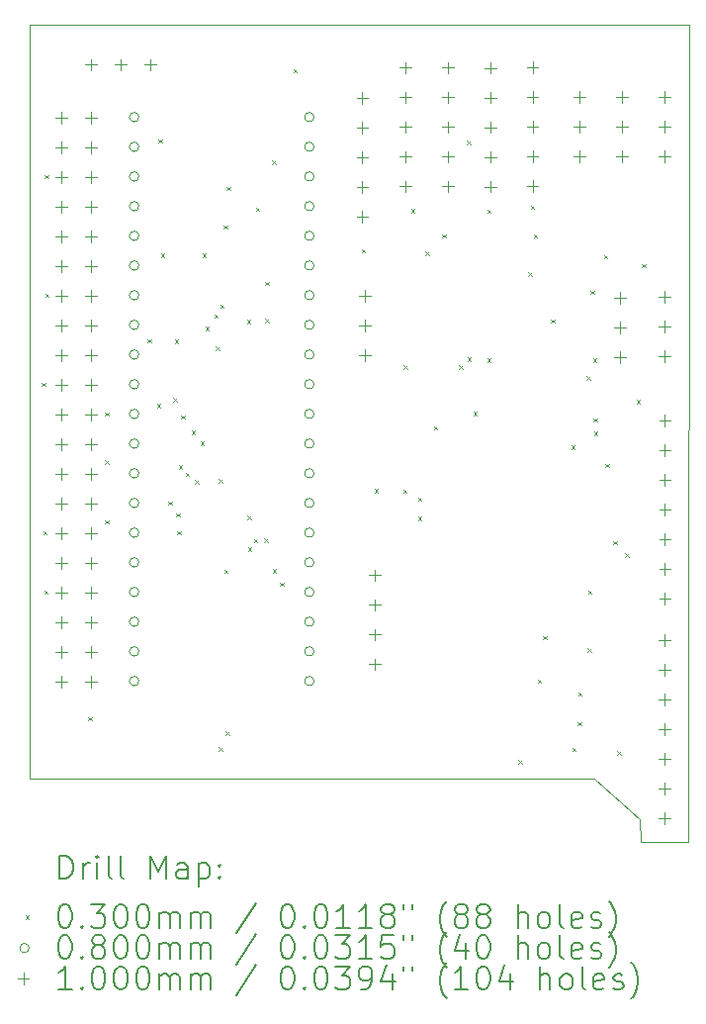
<source format=gbr>
%TF.GenerationSoftware,KiCad,Pcbnew,8.0.5*%
%TF.CreationDate,2024-10-14T11:26:22+05:00*%
%TF.ProjectId,2floor_for_orange_pi,32666c6f-6f72-45f6-966f-725f6f72616e,rev?*%
%TF.SameCoordinates,Original*%
%TF.FileFunction,Drillmap*%
%TF.FilePolarity,Positive*%
%FSLAX45Y45*%
G04 Gerber Fmt 4.5, Leading zero omitted, Abs format (unit mm)*
G04 Created by KiCad (PCBNEW 8.0.5) date 2024-10-14 11:26:22*
%MOMM*%
%LPD*%
G01*
G04 APERTURE LIST*
%ADD10C,0.050000*%
%ADD11C,0.200000*%
%ADD12C,0.100000*%
G04 APERTURE END LIST*
D10*
X7252000Y-8595000D02*
X7654000Y-8595000D01*
X7654000Y-8595000D02*
X7664000Y-1602000D01*
X6850000Y-8055000D02*
X7245000Y-8398000D01*
X7664000Y-1602000D02*
X2018000Y-1602000D01*
X2015000Y-8054000D02*
X6850000Y-8055000D01*
X7245000Y-8398000D02*
X7252000Y-8595000D01*
X2018000Y-1602000D02*
X2015000Y-8054000D01*
D11*
D12*
X2120000Y-4662000D02*
X2150000Y-4692000D01*
X2150000Y-4662000D02*
X2120000Y-4692000D01*
X2135000Y-5934000D02*
X2165000Y-5964000D01*
X2165000Y-5934000D02*
X2135000Y-5964000D01*
X2141000Y-6442000D02*
X2171000Y-6472000D01*
X2171000Y-6442000D02*
X2141000Y-6472000D01*
X2147000Y-2886000D02*
X2177000Y-2916000D01*
X2177000Y-2886000D02*
X2147000Y-2916000D01*
X2150000Y-3902000D02*
X2180000Y-3932000D01*
X2180000Y-3902000D02*
X2150000Y-3932000D01*
X2521000Y-7525000D02*
X2551000Y-7555000D01*
X2551000Y-7525000D02*
X2521000Y-7555000D01*
X2662000Y-5841000D02*
X2692000Y-5871000D01*
X2692000Y-5841000D02*
X2662000Y-5871000D01*
X2663000Y-4917000D02*
X2693000Y-4947000D01*
X2693000Y-4917000D02*
X2663000Y-4947000D01*
X2663000Y-5329000D02*
X2693000Y-5359000D01*
X2693000Y-5329000D02*
X2663000Y-5359000D01*
X3025000Y-4290000D02*
X3055000Y-4320000D01*
X3055000Y-4290000D02*
X3025000Y-4320000D01*
X3108000Y-4846000D02*
X3138000Y-4876000D01*
X3138000Y-4846000D02*
X3108000Y-4876000D01*
X3122000Y-2580000D02*
X3152000Y-2610000D01*
X3152000Y-2580000D02*
X3122000Y-2610000D01*
X3141000Y-3556000D02*
X3171000Y-3586000D01*
X3171000Y-3556000D02*
X3141000Y-3586000D01*
X3205000Y-5678000D02*
X3235000Y-5708000D01*
X3235000Y-5678000D02*
X3205000Y-5708000D01*
X3247000Y-4794000D02*
X3277000Y-4824000D01*
X3277000Y-4794000D02*
X3247000Y-4824000D01*
X3259000Y-4296000D02*
X3289000Y-4326000D01*
X3289000Y-4296000D02*
X3259000Y-4326000D01*
X3273000Y-5779000D02*
X3303000Y-5809000D01*
X3303000Y-5779000D02*
X3273000Y-5809000D01*
X3281000Y-5932000D02*
X3311000Y-5962000D01*
X3311000Y-5932000D02*
X3281000Y-5962000D01*
X3295000Y-5370000D02*
X3325000Y-5400000D01*
X3325000Y-5370000D02*
X3295000Y-5400000D01*
X3316000Y-4944000D02*
X3346000Y-4974000D01*
X3346000Y-4944000D02*
X3316000Y-4974000D01*
X3351000Y-5433000D02*
X3381000Y-5463000D01*
X3381000Y-5433000D02*
X3351000Y-5463000D01*
X3402000Y-5072000D02*
X3432000Y-5102000D01*
X3432000Y-5072000D02*
X3402000Y-5102000D01*
X3435000Y-5496000D02*
X3465000Y-5526000D01*
X3465000Y-5496000D02*
X3435000Y-5526000D01*
X3481000Y-5169000D02*
X3511000Y-5199000D01*
X3511000Y-5169000D02*
X3481000Y-5199000D01*
X3496000Y-3557000D02*
X3526000Y-3587000D01*
X3526000Y-3557000D02*
X3496000Y-3587000D01*
X3522000Y-4184000D02*
X3552000Y-4214000D01*
X3552000Y-4184000D02*
X3522000Y-4214000D01*
X3600000Y-4077000D02*
X3630000Y-4107000D01*
X3630000Y-4077000D02*
X3600000Y-4107000D01*
X3613000Y-4355000D02*
X3643000Y-4385000D01*
X3643000Y-4355000D02*
X3613000Y-4385000D01*
X3635000Y-5487000D02*
X3665000Y-5517000D01*
X3665000Y-5487000D02*
X3635000Y-5517000D01*
X3636000Y-7783000D02*
X3666000Y-7813000D01*
X3666000Y-7783000D02*
X3636000Y-7813000D01*
X3651000Y-3996000D02*
X3681000Y-4026000D01*
X3681000Y-3996000D02*
X3651000Y-4026000D01*
X3677000Y-3317000D02*
X3707000Y-3347000D01*
X3707000Y-3317000D02*
X3677000Y-3347000D01*
X3684000Y-6262000D02*
X3714000Y-6292000D01*
X3714000Y-6262000D02*
X3684000Y-6292000D01*
X3698000Y-7646000D02*
X3728000Y-7676000D01*
X3728000Y-7646000D02*
X3698000Y-7676000D01*
X3706500Y-2988500D02*
X3736500Y-3018500D01*
X3736500Y-2988500D02*
X3706500Y-3018500D01*
X3877000Y-4124000D02*
X3907000Y-4154000D01*
X3907000Y-4124000D02*
X3877000Y-4154000D01*
X3880000Y-5803000D02*
X3910000Y-5833000D01*
X3910000Y-5803000D02*
X3880000Y-5833000D01*
X3886000Y-6073000D02*
X3916000Y-6103000D01*
X3916000Y-6073000D02*
X3886000Y-6103000D01*
X3937000Y-6000000D02*
X3967000Y-6030000D01*
X3967000Y-6000000D02*
X3937000Y-6030000D01*
X3954000Y-3165000D02*
X3984000Y-3195000D01*
X3984000Y-3165000D02*
X3954000Y-3195000D01*
X4028000Y-5995000D02*
X4058000Y-6025000D01*
X4058000Y-5995000D02*
X4028000Y-6025000D01*
X4034000Y-4118000D02*
X4064000Y-4148000D01*
X4064000Y-4118000D02*
X4034000Y-4148000D01*
X4036000Y-3798000D02*
X4066000Y-3828000D01*
X4066000Y-3798000D02*
X4036000Y-3828000D01*
X4095000Y-2761000D02*
X4125000Y-2791000D01*
X4125000Y-2761000D02*
X4095000Y-2791000D01*
X4098000Y-6260000D02*
X4128000Y-6290000D01*
X4128000Y-6260000D02*
X4098000Y-6290000D01*
X4161000Y-6374000D02*
X4191000Y-6404000D01*
X4191000Y-6374000D02*
X4161000Y-6404000D01*
X4276000Y-1979000D02*
X4306000Y-2009000D01*
X4306000Y-1979000D02*
X4276000Y-2009000D01*
X4859000Y-3520000D02*
X4889000Y-3550000D01*
X4889000Y-3520000D02*
X4859000Y-3550000D01*
X4970000Y-5574000D02*
X5000000Y-5604000D01*
X5000000Y-5574000D02*
X4970000Y-5604000D01*
X5217000Y-5578000D02*
X5247000Y-5608000D01*
X5247000Y-5578000D02*
X5217000Y-5608000D01*
X5222000Y-4517000D02*
X5252000Y-4547000D01*
X5252000Y-4517000D02*
X5222000Y-4547000D01*
X5285000Y-3175000D02*
X5315000Y-3205000D01*
X5315000Y-3175000D02*
X5285000Y-3205000D01*
X5342000Y-5645000D02*
X5372000Y-5675000D01*
X5372000Y-5645000D02*
X5342000Y-5675000D01*
X5343000Y-5810000D02*
X5373000Y-5840000D01*
X5373000Y-5810000D02*
X5343000Y-5840000D01*
X5405000Y-3540000D02*
X5435000Y-3570000D01*
X5435000Y-3540000D02*
X5405000Y-3570000D01*
X5477000Y-5035000D02*
X5507000Y-5065000D01*
X5507000Y-5035000D02*
X5477000Y-5065000D01*
X5548000Y-3393000D02*
X5578000Y-3423000D01*
X5578000Y-3393000D02*
X5548000Y-3423000D01*
X5693000Y-4517000D02*
X5723000Y-4547000D01*
X5723000Y-4517000D02*
X5693000Y-4547000D01*
X5763000Y-2595000D02*
X5793000Y-2625000D01*
X5793000Y-2595000D02*
X5763000Y-2625000D01*
X5766000Y-4447000D02*
X5796000Y-4477000D01*
X5796000Y-4447000D02*
X5766000Y-4477000D01*
X5815000Y-4914000D02*
X5845000Y-4944000D01*
X5845000Y-4914000D02*
X5815000Y-4944000D01*
X5934000Y-3182000D02*
X5964000Y-3212000D01*
X5964000Y-3182000D02*
X5934000Y-3212000D01*
X5935000Y-4455000D02*
X5965000Y-4485000D01*
X5965000Y-4455000D02*
X5935000Y-4485000D01*
X6200000Y-7891000D02*
X6230000Y-7921000D01*
X6230000Y-7891000D02*
X6200000Y-7921000D01*
X6284500Y-3718500D02*
X6314500Y-3748500D01*
X6314500Y-3718500D02*
X6284500Y-3748500D01*
X6307000Y-3146000D02*
X6337000Y-3176000D01*
X6337000Y-3146000D02*
X6307000Y-3176000D01*
X6333000Y-3393000D02*
X6363000Y-3423000D01*
X6363000Y-3393000D02*
X6333000Y-3423000D01*
X6368000Y-7202000D02*
X6398000Y-7232000D01*
X6398000Y-7202000D02*
X6368000Y-7232000D01*
X6415000Y-6829000D02*
X6445000Y-6859000D01*
X6445000Y-6829000D02*
X6415000Y-6859000D01*
X6482000Y-4122000D02*
X6512000Y-4152000D01*
X6512000Y-4122000D02*
X6482000Y-4152000D01*
X6656000Y-5202000D02*
X6686000Y-5232000D01*
X6686000Y-5202000D02*
X6656000Y-5232000D01*
X6662000Y-7786000D02*
X6692000Y-7816000D01*
X6692000Y-7786000D02*
X6662000Y-7816000D01*
X6712000Y-7567000D02*
X6742000Y-7597000D01*
X6742000Y-7567000D02*
X6712000Y-7597000D01*
X6713000Y-7313000D02*
X6743000Y-7343000D01*
X6743000Y-7313000D02*
X6713000Y-7343000D01*
X6788000Y-4608000D02*
X6818000Y-4638000D01*
X6818000Y-4608000D02*
X6788000Y-4638000D01*
X6796000Y-6937000D02*
X6826000Y-6967000D01*
X6826000Y-6937000D02*
X6796000Y-6967000D01*
X6800500Y-6439500D02*
X6830500Y-6469500D01*
X6830500Y-6439500D02*
X6800500Y-6469500D01*
X6818500Y-3877500D02*
X6848500Y-3907500D01*
X6848500Y-3877500D02*
X6818500Y-3907500D01*
X6840000Y-4455000D02*
X6870000Y-4485000D01*
X6870000Y-4455000D02*
X6840000Y-4485000D01*
X6845000Y-4969000D02*
X6875000Y-4999000D01*
X6875000Y-4969000D02*
X6845000Y-4999000D01*
X6851000Y-5081000D02*
X6881000Y-5111000D01*
X6881000Y-5081000D02*
X6851000Y-5111000D01*
X6936000Y-3570000D02*
X6966000Y-3600000D01*
X6966000Y-3570000D02*
X6936000Y-3600000D01*
X6948000Y-5357000D02*
X6978000Y-5387000D01*
X6978000Y-5357000D02*
X6948000Y-5387000D01*
X7013000Y-6019000D02*
X7043000Y-6049000D01*
X7043000Y-6019000D02*
X7013000Y-6049000D01*
X7047000Y-7815000D02*
X7077000Y-7845000D01*
X7077000Y-7815000D02*
X7047000Y-7845000D01*
X7115000Y-6125000D02*
X7145000Y-6155000D01*
X7145000Y-6125000D02*
X7115000Y-6155000D01*
X7214000Y-4810000D02*
X7244000Y-4840000D01*
X7244000Y-4810000D02*
X7214000Y-4840000D01*
X7262500Y-3647500D02*
X7292500Y-3677500D01*
X7292500Y-3647500D02*
X7262500Y-3677500D01*
X2952000Y-2391000D02*
G75*
G02*
X2872000Y-2391000I-40000J0D01*
G01*
X2872000Y-2391000D02*
G75*
G02*
X2952000Y-2391000I40000J0D01*
G01*
X2952000Y-2645000D02*
G75*
G02*
X2872000Y-2645000I-40000J0D01*
G01*
X2872000Y-2645000D02*
G75*
G02*
X2952000Y-2645000I40000J0D01*
G01*
X2952000Y-2899000D02*
G75*
G02*
X2872000Y-2899000I-40000J0D01*
G01*
X2872000Y-2899000D02*
G75*
G02*
X2952000Y-2899000I40000J0D01*
G01*
X2952000Y-3153000D02*
G75*
G02*
X2872000Y-3153000I-40000J0D01*
G01*
X2872000Y-3153000D02*
G75*
G02*
X2952000Y-3153000I40000J0D01*
G01*
X2952000Y-3407000D02*
G75*
G02*
X2872000Y-3407000I-40000J0D01*
G01*
X2872000Y-3407000D02*
G75*
G02*
X2952000Y-3407000I40000J0D01*
G01*
X2952000Y-3661000D02*
G75*
G02*
X2872000Y-3661000I-40000J0D01*
G01*
X2872000Y-3661000D02*
G75*
G02*
X2952000Y-3661000I40000J0D01*
G01*
X2952000Y-3915000D02*
G75*
G02*
X2872000Y-3915000I-40000J0D01*
G01*
X2872000Y-3915000D02*
G75*
G02*
X2952000Y-3915000I40000J0D01*
G01*
X2952000Y-4169000D02*
G75*
G02*
X2872000Y-4169000I-40000J0D01*
G01*
X2872000Y-4169000D02*
G75*
G02*
X2952000Y-4169000I40000J0D01*
G01*
X2952000Y-4423000D02*
G75*
G02*
X2872000Y-4423000I-40000J0D01*
G01*
X2872000Y-4423000D02*
G75*
G02*
X2952000Y-4423000I40000J0D01*
G01*
X2952000Y-4677000D02*
G75*
G02*
X2872000Y-4677000I-40000J0D01*
G01*
X2872000Y-4677000D02*
G75*
G02*
X2952000Y-4677000I40000J0D01*
G01*
X2952000Y-4931000D02*
G75*
G02*
X2872000Y-4931000I-40000J0D01*
G01*
X2872000Y-4931000D02*
G75*
G02*
X2952000Y-4931000I40000J0D01*
G01*
X2952000Y-5185000D02*
G75*
G02*
X2872000Y-5185000I-40000J0D01*
G01*
X2872000Y-5185000D02*
G75*
G02*
X2952000Y-5185000I40000J0D01*
G01*
X2952000Y-5439000D02*
G75*
G02*
X2872000Y-5439000I-40000J0D01*
G01*
X2872000Y-5439000D02*
G75*
G02*
X2952000Y-5439000I40000J0D01*
G01*
X2952000Y-5693000D02*
G75*
G02*
X2872000Y-5693000I-40000J0D01*
G01*
X2872000Y-5693000D02*
G75*
G02*
X2952000Y-5693000I40000J0D01*
G01*
X2952000Y-5947000D02*
G75*
G02*
X2872000Y-5947000I-40000J0D01*
G01*
X2872000Y-5947000D02*
G75*
G02*
X2952000Y-5947000I40000J0D01*
G01*
X2952000Y-6201000D02*
G75*
G02*
X2872000Y-6201000I-40000J0D01*
G01*
X2872000Y-6201000D02*
G75*
G02*
X2952000Y-6201000I40000J0D01*
G01*
X2952000Y-6455000D02*
G75*
G02*
X2872000Y-6455000I-40000J0D01*
G01*
X2872000Y-6455000D02*
G75*
G02*
X2952000Y-6455000I40000J0D01*
G01*
X2952000Y-6709000D02*
G75*
G02*
X2872000Y-6709000I-40000J0D01*
G01*
X2872000Y-6709000D02*
G75*
G02*
X2952000Y-6709000I40000J0D01*
G01*
X2952000Y-6963000D02*
G75*
G02*
X2872000Y-6963000I-40000J0D01*
G01*
X2872000Y-6963000D02*
G75*
G02*
X2952000Y-6963000I40000J0D01*
G01*
X2952000Y-7217000D02*
G75*
G02*
X2872000Y-7217000I-40000J0D01*
G01*
X2872000Y-7217000D02*
G75*
G02*
X2952000Y-7217000I40000J0D01*
G01*
X4452000Y-2391000D02*
G75*
G02*
X4372000Y-2391000I-40000J0D01*
G01*
X4372000Y-2391000D02*
G75*
G02*
X4452000Y-2391000I40000J0D01*
G01*
X4452000Y-2645000D02*
G75*
G02*
X4372000Y-2645000I-40000J0D01*
G01*
X4372000Y-2645000D02*
G75*
G02*
X4452000Y-2645000I40000J0D01*
G01*
X4452000Y-2899000D02*
G75*
G02*
X4372000Y-2899000I-40000J0D01*
G01*
X4372000Y-2899000D02*
G75*
G02*
X4452000Y-2899000I40000J0D01*
G01*
X4452000Y-3153000D02*
G75*
G02*
X4372000Y-3153000I-40000J0D01*
G01*
X4372000Y-3153000D02*
G75*
G02*
X4452000Y-3153000I40000J0D01*
G01*
X4452000Y-3407000D02*
G75*
G02*
X4372000Y-3407000I-40000J0D01*
G01*
X4372000Y-3407000D02*
G75*
G02*
X4452000Y-3407000I40000J0D01*
G01*
X4452000Y-3661000D02*
G75*
G02*
X4372000Y-3661000I-40000J0D01*
G01*
X4372000Y-3661000D02*
G75*
G02*
X4452000Y-3661000I40000J0D01*
G01*
X4452000Y-3915000D02*
G75*
G02*
X4372000Y-3915000I-40000J0D01*
G01*
X4372000Y-3915000D02*
G75*
G02*
X4452000Y-3915000I40000J0D01*
G01*
X4452000Y-4169000D02*
G75*
G02*
X4372000Y-4169000I-40000J0D01*
G01*
X4372000Y-4169000D02*
G75*
G02*
X4452000Y-4169000I40000J0D01*
G01*
X4452000Y-4423000D02*
G75*
G02*
X4372000Y-4423000I-40000J0D01*
G01*
X4372000Y-4423000D02*
G75*
G02*
X4452000Y-4423000I40000J0D01*
G01*
X4452000Y-4677000D02*
G75*
G02*
X4372000Y-4677000I-40000J0D01*
G01*
X4372000Y-4677000D02*
G75*
G02*
X4452000Y-4677000I40000J0D01*
G01*
X4452000Y-4931000D02*
G75*
G02*
X4372000Y-4931000I-40000J0D01*
G01*
X4372000Y-4931000D02*
G75*
G02*
X4452000Y-4931000I40000J0D01*
G01*
X4452000Y-5185000D02*
G75*
G02*
X4372000Y-5185000I-40000J0D01*
G01*
X4372000Y-5185000D02*
G75*
G02*
X4452000Y-5185000I40000J0D01*
G01*
X4452000Y-5439000D02*
G75*
G02*
X4372000Y-5439000I-40000J0D01*
G01*
X4372000Y-5439000D02*
G75*
G02*
X4452000Y-5439000I40000J0D01*
G01*
X4452000Y-5693000D02*
G75*
G02*
X4372000Y-5693000I-40000J0D01*
G01*
X4372000Y-5693000D02*
G75*
G02*
X4452000Y-5693000I40000J0D01*
G01*
X4452000Y-5947000D02*
G75*
G02*
X4372000Y-5947000I-40000J0D01*
G01*
X4372000Y-5947000D02*
G75*
G02*
X4452000Y-5947000I40000J0D01*
G01*
X4452000Y-6201000D02*
G75*
G02*
X4372000Y-6201000I-40000J0D01*
G01*
X4372000Y-6201000D02*
G75*
G02*
X4452000Y-6201000I40000J0D01*
G01*
X4452000Y-6455000D02*
G75*
G02*
X4372000Y-6455000I-40000J0D01*
G01*
X4372000Y-6455000D02*
G75*
G02*
X4452000Y-6455000I40000J0D01*
G01*
X4452000Y-6709000D02*
G75*
G02*
X4372000Y-6709000I-40000J0D01*
G01*
X4372000Y-6709000D02*
G75*
G02*
X4452000Y-6709000I40000J0D01*
G01*
X4452000Y-6963000D02*
G75*
G02*
X4372000Y-6963000I-40000J0D01*
G01*
X4372000Y-6963000D02*
G75*
G02*
X4452000Y-6963000I40000J0D01*
G01*
X4452000Y-7217000D02*
G75*
G02*
X4372000Y-7217000I-40000J0D01*
G01*
X4372000Y-7217000D02*
G75*
G02*
X4452000Y-7217000I40000J0D01*
G01*
X2289000Y-2343000D02*
X2289000Y-2443000D01*
X2239000Y-2393000D02*
X2339000Y-2393000D01*
X2289000Y-2597000D02*
X2289000Y-2697000D01*
X2239000Y-2647000D02*
X2339000Y-2647000D01*
X2289000Y-2851000D02*
X2289000Y-2951000D01*
X2239000Y-2901000D02*
X2339000Y-2901000D01*
X2289000Y-3105000D02*
X2289000Y-3205000D01*
X2239000Y-3155000D02*
X2339000Y-3155000D01*
X2289000Y-3359000D02*
X2289000Y-3459000D01*
X2239000Y-3409000D02*
X2339000Y-3409000D01*
X2289000Y-3613000D02*
X2289000Y-3713000D01*
X2239000Y-3663000D02*
X2339000Y-3663000D01*
X2289000Y-3867000D02*
X2289000Y-3967000D01*
X2239000Y-3917000D02*
X2339000Y-3917000D01*
X2289000Y-4121000D02*
X2289000Y-4221000D01*
X2239000Y-4171000D02*
X2339000Y-4171000D01*
X2289000Y-4375000D02*
X2289000Y-4475000D01*
X2239000Y-4425000D02*
X2339000Y-4425000D01*
X2289000Y-4629000D02*
X2289000Y-4729000D01*
X2239000Y-4679000D02*
X2339000Y-4679000D01*
X2289000Y-4883000D02*
X2289000Y-4983000D01*
X2239000Y-4933000D02*
X2339000Y-4933000D01*
X2289000Y-5137000D02*
X2289000Y-5237000D01*
X2239000Y-5187000D02*
X2339000Y-5187000D01*
X2289000Y-5391000D02*
X2289000Y-5491000D01*
X2239000Y-5441000D02*
X2339000Y-5441000D01*
X2289000Y-5645000D02*
X2289000Y-5745000D01*
X2239000Y-5695000D02*
X2339000Y-5695000D01*
X2289000Y-5899000D02*
X2289000Y-5999000D01*
X2239000Y-5949000D02*
X2339000Y-5949000D01*
X2289000Y-6153000D02*
X2289000Y-6253000D01*
X2239000Y-6203000D02*
X2339000Y-6203000D01*
X2289000Y-6407000D02*
X2289000Y-6507000D01*
X2239000Y-6457000D02*
X2339000Y-6457000D01*
X2289000Y-6661000D02*
X2289000Y-6761000D01*
X2239000Y-6711000D02*
X2339000Y-6711000D01*
X2289000Y-6915000D02*
X2289000Y-7015000D01*
X2239000Y-6965000D02*
X2339000Y-6965000D01*
X2289000Y-7169000D02*
X2289000Y-7269000D01*
X2239000Y-7219000D02*
X2339000Y-7219000D01*
X2540000Y-1893000D02*
X2540000Y-1993000D01*
X2490000Y-1943000D02*
X2590000Y-1943000D01*
X2543000Y-2343000D02*
X2543000Y-2443000D01*
X2493000Y-2393000D02*
X2593000Y-2393000D01*
X2543000Y-2597000D02*
X2543000Y-2697000D01*
X2493000Y-2647000D02*
X2593000Y-2647000D01*
X2543000Y-2851000D02*
X2543000Y-2951000D01*
X2493000Y-2901000D02*
X2593000Y-2901000D01*
X2543000Y-3105000D02*
X2543000Y-3205000D01*
X2493000Y-3155000D02*
X2593000Y-3155000D01*
X2543000Y-3359000D02*
X2543000Y-3459000D01*
X2493000Y-3409000D02*
X2593000Y-3409000D01*
X2543000Y-3613000D02*
X2543000Y-3713000D01*
X2493000Y-3663000D02*
X2593000Y-3663000D01*
X2543000Y-3867000D02*
X2543000Y-3967000D01*
X2493000Y-3917000D02*
X2593000Y-3917000D01*
X2543000Y-4121000D02*
X2543000Y-4221000D01*
X2493000Y-4171000D02*
X2593000Y-4171000D01*
X2543000Y-4375000D02*
X2543000Y-4475000D01*
X2493000Y-4425000D02*
X2593000Y-4425000D01*
X2543000Y-4629000D02*
X2543000Y-4729000D01*
X2493000Y-4679000D02*
X2593000Y-4679000D01*
X2543000Y-4883000D02*
X2543000Y-4983000D01*
X2493000Y-4933000D02*
X2593000Y-4933000D01*
X2543000Y-5137000D02*
X2543000Y-5237000D01*
X2493000Y-5187000D02*
X2593000Y-5187000D01*
X2543000Y-5391000D02*
X2543000Y-5491000D01*
X2493000Y-5441000D02*
X2593000Y-5441000D01*
X2543000Y-5645000D02*
X2543000Y-5745000D01*
X2493000Y-5695000D02*
X2593000Y-5695000D01*
X2543000Y-5899000D02*
X2543000Y-5999000D01*
X2493000Y-5949000D02*
X2593000Y-5949000D01*
X2543000Y-6153000D02*
X2543000Y-6253000D01*
X2493000Y-6203000D02*
X2593000Y-6203000D01*
X2543000Y-6407000D02*
X2543000Y-6507000D01*
X2493000Y-6457000D02*
X2593000Y-6457000D01*
X2543000Y-6661000D02*
X2543000Y-6761000D01*
X2493000Y-6711000D02*
X2593000Y-6711000D01*
X2543000Y-6915000D02*
X2543000Y-7015000D01*
X2493000Y-6965000D02*
X2593000Y-6965000D01*
X2543000Y-7169000D02*
X2543000Y-7269000D01*
X2493000Y-7219000D02*
X2593000Y-7219000D01*
X2794000Y-1893000D02*
X2794000Y-1993000D01*
X2744000Y-1943000D02*
X2844000Y-1943000D01*
X3048000Y-1893000D02*
X3048000Y-1993000D01*
X2998000Y-1943000D02*
X3098000Y-1943000D01*
X4866000Y-2175000D02*
X4866000Y-2275000D01*
X4816000Y-2225000D02*
X4916000Y-2225000D01*
X4866000Y-2429000D02*
X4866000Y-2529000D01*
X4816000Y-2479000D02*
X4916000Y-2479000D01*
X4866000Y-2683000D02*
X4866000Y-2783000D01*
X4816000Y-2733000D02*
X4916000Y-2733000D01*
X4866000Y-2937000D02*
X4866000Y-3037000D01*
X4816000Y-2987000D02*
X4916000Y-2987000D01*
X4866000Y-3191000D02*
X4866000Y-3291000D01*
X4816000Y-3241000D02*
X4916000Y-3241000D01*
X4891000Y-3869000D02*
X4891000Y-3969000D01*
X4841000Y-3919000D02*
X4941000Y-3919000D01*
X4891000Y-4123000D02*
X4891000Y-4223000D01*
X4841000Y-4173000D02*
X4941000Y-4173000D01*
X4891000Y-4377000D02*
X4891000Y-4477000D01*
X4841000Y-4427000D02*
X4941000Y-4427000D01*
X4969000Y-6262000D02*
X4969000Y-6362000D01*
X4919000Y-6312000D02*
X5019000Y-6312000D01*
X4969000Y-6516000D02*
X4969000Y-6616000D01*
X4919000Y-6566000D02*
X5019000Y-6566000D01*
X4969000Y-6770000D02*
X4969000Y-6870000D01*
X4919000Y-6820000D02*
X5019000Y-6820000D01*
X4969000Y-7024000D02*
X4969000Y-7124000D01*
X4919000Y-7074000D02*
X5019000Y-7074000D01*
X5234000Y-1918000D02*
X5234000Y-2018000D01*
X5184000Y-1968000D02*
X5284000Y-1968000D01*
X5234000Y-2172000D02*
X5234000Y-2272000D01*
X5184000Y-2222000D02*
X5284000Y-2222000D01*
X5234000Y-2426000D02*
X5234000Y-2526000D01*
X5184000Y-2476000D02*
X5284000Y-2476000D01*
X5234000Y-2680000D02*
X5234000Y-2780000D01*
X5184000Y-2730000D02*
X5284000Y-2730000D01*
X5234000Y-2934000D02*
X5234000Y-3034000D01*
X5184000Y-2984000D02*
X5284000Y-2984000D01*
X5598000Y-1918000D02*
X5598000Y-2018000D01*
X5548000Y-1968000D02*
X5648000Y-1968000D01*
X5598000Y-2172000D02*
X5598000Y-2272000D01*
X5548000Y-2222000D02*
X5648000Y-2222000D01*
X5598000Y-2426000D02*
X5598000Y-2526000D01*
X5548000Y-2476000D02*
X5648000Y-2476000D01*
X5598000Y-2680000D02*
X5598000Y-2780000D01*
X5548000Y-2730000D02*
X5648000Y-2730000D01*
X5598000Y-2934000D02*
X5598000Y-3034000D01*
X5548000Y-2984000D02*
X5648000Y-2984000D01*
X5961000Y-1919000D02*
X5961000Y-2019000D01*
X5911000Y-1969000D02*
X6011000Y-1969000D01*
X5961000Y-2173000D02*
X5961000Y-2273000D01*
X5911000Y-2223000D02*
X6011000Y-2223000D01*
X5961000Y-2427000D02*
X5961000Y-2527000D01*
X5911000Y-2477000D02*
X6011000Y-2477000D01*
X5961000Y-2681000D02*
X5961000Y-2781000D01*
X5911000Y-2731000D02*
X6011000Y-2731000D01*
X5961000Y-2935000D02*
X5961000Y-3035000D01*
X5911000Y-2985000D02*
X6011000Y-2985000D01*
X6323000Y-1917000D02*
X6323000Y-2017000D01*
X6273000Y-1967000D02*
X6373000Y-1967000D01*
X6323000Y-2171000D02*
X6323000Y-2271000D01*
X6273000Y-2221000D02*
X6373000Y-2221000D01*
X6323000Y-2425000D02*
X6323000Y-2525000D01*
X6273000Y-2475000D02*
X6373000Y-2475000D01*
X6323000Y-2679000D02*
X6323000Y-2779000D01*
X6273000Y-2729000D02*
X6373000Y-2729000D01*
X6323000Y-2933000D02*
X6323000Y-3033000D01*
X6273000Y-2983000D02*
X6373000Y-2983000D01*
X6728000Y-2170000D02*
X6728000Y-2270000D01*
X6678000Y-2220000D02*
X6778000Y-2220000D01*
X6728000Y-2424000D02*
X6728000Y-2524000D01*
X6678000Y-2474000D02*
X6778000Y-2474000D01*
X6728000Y-2678000D02*
X6728000Y-2778000D01*
X6678000Y-2728000D02*
X6778000Y-2728000D01*
X7074000Y-3884000D02*
X7074000Y-3984000D01*
X7024000Y-3934000D02*
X7124000Y-3934000D01*
X7074000Y-4138000D02*
X7074000Y-4238000D01*
X7024000Y-4188000D02*
X7124000Y-4188000D01*
X7074000Y-4392000D02*
X7074000Y-4492000D01*
X7024000Y-4442000D02*
X7124000Y-4442000D01*
X7088000Y-2170000D02*
X7088000Y-2270000D01*
X7038000Y-2220000D02*
X7138000Y-2220000D01*
X7088000Y-2424000D02*
X7088000Y-2524000D01*
X7038000Y-2474000D02*
X7138000Y-2474000D01*
X7088000Y-2678000D02*
X7088000Y-2778000D01*
X7038000Y-2728000D02*
X7138000Y-2728000D01*
X7450000Y-3882000D02*
X7450000Y-3982000D01*
X7400000Y-3932000D02*
X7500000Y-3932000D01*
X7450000Y-4136000D02*
X7450000Y-4236000D01*
X7400000Y-4186000D02*
X7500000Y-4186000D01*
X7450000Y-4390000D02*
X7450000Y-4490000D01*
X7400000Y-4440000D02*
X7500000Y-4440000D01*
X7452000Y-2170000D02*
X7452000Y-2270000D01*
X7402000Y-2220000D02*
X7502000Y-2220000D01*
X7452000Y-2424000D02*
X7452000Y-2524000D01*
X7402000Y-2474000D02*
X7502000Y-2474000D01*
X7452000Y-2678000D02*
X7452000Y-2778000D01*
X7402000Y-2728000D02*
X7502000Y-2728000D01*
X7456000Y-6816000D02*
X7456000Y-6916000D01*
X7406000Y-6866000D02*
X7506000Y-6866000D01*
X7456000Y-7070000D02*
X7456000Y-7170000D01*
X7406000Y-7120000D02*
X7506000Y-7120000D01*
X7456000Y-7324000D02*
X7456000Y-7424000D01*
X7406000Y-7374000D02*
X7506000Y-7374000D01*
X7456000Y-7578000D02*
X7456000Y-7678000D01*
X7406000Y-7628000D02*
X7506000Y-7628000D01*
X7456000Y-7832000D02*
X7456000Y-7932000D01*
X7406000Y-7882000D02*
X7506000Y-7882000D01*
X7456000Y-8086000D02*
X7456000Y-8186000D01*
X7406000Y-8136000D02*
X7506000Y-8136000D01*
X7456000Y-8340000D02*
X7456000Y-8440000D01*
X7406000Y-8390000D02*
X7506000Y-8390000D01*
X7457000Y-4934000D02*
X7457000Y-5034000D01*
X7407000Y-4984000D02*
X7507000Y-4984000D01*
X7457000Y-5188000D02*
X7457000Y-5288000D01*
X7407000Y-5238000D02*
X7507000Y-5238000D01*
X7457000Y-5442000D02*
X7457000Y-5542000D01*
X7407000Y-5492000D02*
X7507000Y-5492000D01*
X7457000Y-5696000D02*
X7457000Y-5796000D01*
X7407000Y-5746000D02*
X7507000Y-5746000D01*
X7457000Y-5950000D02*
X7457000Y-6050000D01*
X7407000Y-6000000D02*
X7507000Y-6000000D01*
X7457000Y-6204000D02*
X7457000Y-6304000D01*
X7407000Y-6254000D02*
X7507000Y-6254000D01*
X7457000Y-6458000D02*
X7457000Y-6558000D01*
X7407000Y-6508000D02*
X7507000Y-6508000D01*
D11*
X2273277Y-8908984D02*
X2273277Y-8708984D01*
X2273277Y-8708984D02*
X2320896Y-8708984D01*
X2320896Y-8708984D02*
X2349467Y-8718508D01*
X2349467Y-8718508D02*
X2368515Y-8737555D01*
X2368515Y-8737555D02*
X2378039Y-8756603D01*
X2378039Y-8756603D02*
X2387563Y-8794698D01*
X2387563Y-8794698D02*
X2387563Y-8823270D01*
X2387563Y-8823270D02*
X2378039Y-8861365D01*
X2378039Y-8861365D02*
X2368515Y-8880412D01*
X2368515Y-8880412D02*
X2349467Y-8899460D01*
X2349467Y-8899460D02*
X2320896Y-8908984D01*
X2320896Y-8908984D02*
X2273277Y-8908984D01*
X2473277Y-8908984D02*
X2473277Y-8775650D01*
X2473277Y-8813746D02*
X2482801Y-8794698D01*
X2482801Y-8794698D02*
X2492324Y-8785174D01*
X2492324Y-8785174D02*
X2511372Y-8775650D01*
X2511372Y-8775650D02*
X2530420Y-8775650D01*
X2597086Y-8908984D02*
X2597086Y-8775650D01*
X2597086Y-8708984D02*
X2587563Y-8718508D01*
X2587563Y-8718508D02*
X2597086Y-8728031D01*
X2597086Y-8728031D02*
X2606610Y-8718508D01*
X2606610Y-8718508D02*
X2597086Y-8708984D01*
X2597086Y-8708984D02*
X2597086Y-8728031D01*
X2720896Y-8908984D02*
X2701848Y-8899460D01*
X2701848Y-8899460D02*
X2692324Y-8880412D01*
X2692324Y-8880412D02*
X2692324Y-8708984D01*
X2825658Y-8908984D02*
X2806610Y-8899460D01*
X2806610Y-8899460D02*
X2797086Y-8880412D01*
X2797086Y-8880412D02*
X2797086Y-8708984D01*
X3054229Y-8908984D02*
X3054229Y-8708984D01*
X3054229Y-8708984D02*
X3120896Y-8851841D01*
X3120896Y-8851841D02*
X3187562Y-8708984D01*
X3187562Y-8708984D02*
X3187562Y-8908984D01*
X3368515Y-8908984D02*
X3368515Y-8804222D01*
X3368515Y-8804222D02*
X3358991Y-8785174D01*
X3358991Y-8785174D02*
X3339943Y-8775650D01*
X3339943Y-8775650D02*
X3301848Y-8775650D01*
X3301848Y-8775650D02*
X3282801Y-8785174D01*
X3368515Y-8899460D02*
X3349467Y-8908984D01*
X3349467Y-8908984D02*
X3301848Y-8908984D01*
X3301848Y-8908984D02*
X3282801Y-8899460D01*
X3282801Y-8899460D02*
X3273277Y-8880412D01*
X3273277Y-8880412D02*
X3273277Y-8861365D01*
X3273277Y-8861365D02*
X3282801Y-8842317D01*
X3282801Y-8842317D02*
X3301848Y-8832793D01*
X3301848Y-8832793D02*
X3349467Y-8832793D01*
X3349467Y-8832793D02*
X3368515Y-8823270D01*
X3463753Y-8775650D02*
X3463753Y-8975650D01*
X3463753Y-8785174D02*
X3482801Y-8775650D01*
X3482801Y-8775650D02*
X3520896Y-8775650D01*
X3520896Y-8775650D02*
X3539943Y-8785174D01*
X3539943Y-8785174D02*
X3549467Y-8794698D01*
X3549467Y-8794698D02*
X3558991Y-8813746D01*
X3558991Y-8813746D02*
X3558991Y-8870889D01*
X3558991Y-8870889D02*
X3549467Y-8889936D01*
X3549467Y-8889936D02*
X3539943Y-8899460D01*
X3539943Y-8899460D02*
X3520896Y-8908984D01*
X3520896Y-8908984D02*
X3482801Y-8908984D01*
X3482801Y-8908984D02*
X3463753Y-8899460D01*
X3644705Y-8889936D02*
X3654229Y-8899460D01*
X3654229Y-8899460D02*
X3644705Y-8908984D01*
X3644705Y-8908984D02*
X3635182Y-8899460D01*
X3635182Y-8899460D02*
X3644705Y-8889936D01*
X3644705Y-8889936D02*
X3644705Y-8908984D01*
X3644705Y-8785174D02*
X3654229Y-8794698D01*
X3654229Y-8794698D02*
X3644705Y-8804222D01*
X3644705Y-8804222D02*
X3635182Y-8794698D01*
X3635182Y-8794698D02*
X3644705Y-8785174D01*
X3644705Y-8785174D02*
X3644705Y-8804222D01*
D12*
X1982500Y-9222500D02*
X2012500Y-9252500D01*
X2012500Y-9222500D02*
X1982500Y-9252500D01*
D11*
X2311372Y-9128984D02*
X2330420Y-9128984D01*
X2330420Y-9128984D02*
X2349467Y-9138508D01*
X2349467Y-9138508D02*
X2358991Y-9148031D01*
X2358991Y-9148031D02*
X2368515Y-9167079D01*
X2368515Y-9167079D02*
X2378039Y-9205174D01*
X2378039Y-9205174D02*
X2378039Y-9252793D01*
X2378039Y-9252793D02*
X2368515Y-9290889D01*
X2368515Y-9290889D02*
X2358991Y-9309936D01*
X2358991Y-9309936D02*
X2349467Y-9319460D01*
X2349467Y-9319460D02*
X2330420Y-9328984D01*
X2330420Y-9328984D02*
X2311372Y-9328984D01*
X2311372Y-9328984D02*
X2292324Y-9319460D01*
X2292324Y-9319460D02*
X2282801Y-9309936D01*
X2282801Y-9309936D02*
X2273277Y-9290889D01*
X2273277Y-9290889D02*
X2263753Y-9252793D01*
X2263753Y-9252793D02*
X2263753Y-9205174D01*
X2263753Y-9205174D02*
X2273277Y-9167079D01*
X2273277Y-9167079D02*
X2282801Y-9148031D01*
X2282801Y-9148031D02*
X2292324Y-9138508D01*
X2292324Y-9138508D02*
X2311372Y-9128984D01*
X2463753Y-9309936D02*
X2473277Y-9319460D01*
X2473277Y-9319460D02*
X2463753Y-9328984D01*
X2463753Y-9328984D02*
X2454229Y-9319460D01*
X2454229Y-9319460D02*
X2463753Y-9309936D01*
X2463753Y-9309936D02*
X2463753Y-9328984D01*
X2539944Y-9128984D02*
X2663753Y-9128984D01*
X2663753Y-9128984D02*
X2597086Y-9205174D01*
X2597086Y-9205174D02*
X2625658Y-9205174D01*
X2625658Y-9205174D02*
X2644705Y-9214698D01*
X2644705Y-9214698D02*
X2654229Y-9224222D01*
X2654229Y-9224222D02*
X2663753Y-9243270D01*
X2663753Y-9243270D02*
X2663753Y-9290889D01*
X2663753Y-9290889D02*
X2654229Y-9309936D01*
X2654229Y-9309936D02*
X2644705Y-9319460D01*
X2644705Y-9319460D02*
X2625658Y-9328984D01*
X2625658Y-9328984D02*
X2568515Y-9328984D01*
X2568515Y-9328984D02*
X2549467Y-9319460D01*
X2549467Y-9319460D02*
X2539944Y-9309936D01*
X2787563Y-9128984D02*
X2806610Y-9128984D01*
X2806610Y-9128984D02*
X2825658Y-9138508D01*
X2825658Y-9138508D02*
X2835182Y-9148031D01*
X2835182Y-9148031D02*
X2844705Y-9167079D01*
X2844705Y-9167079D02*
X2854229Y-9205174D01*
X2854229Y-9205174D02*
X2854229Y-9252793D01*
X2854229Y-9252793D02*
X2844705Y-9290889D01*
X2844705Y-9290889D02*
X2835182Y-9309936D01*
X2835182Y-9309936D02*
X2825658Y-9319460D01*
X2825658Y-9319460D02*
X2806610Y-9328984D01*
X2806610Y-9328984D02*
X2787563Y-9328984D01*
X2787563Y-9328984D02*
X2768515Y-9319460D01*
X2768515Y-9319460D02*
X2758991Y-9309936D01*
X2758991Y-9309936D02*
X2749467Y-9290889D01*
X2749467Y-9290889D02*
X2739944Y-9252793D01*
X2739944Y-9252793D02*
X2739944Y-9205174D01*
X2739944Y-9205174D02*
X2749467Y-9167079D01*
X2749467Y-9167079D02*
X2758991Y-9148031D01*
X2758991Y-9148031D02*
X2768515Y-9138508D01*
X2768515Y-9138508D02*
X2787563Y-9128984D01*
X2978039Y-9128984D02*
X2997086Y-9128984D01*
X2997086Y-9128984D02*
X3016134Y-9138508D01*
X3016134Y-9138508D02*
X3025658Y-9148031D01*
X3025658Y-9148031D02*
X3035182Y-9167079D01*
X3035182Y-9167079D02*
X3044705Y-9205174D01*
X3044705Y-9205174D02*
X3044705Y-9252793D01*
X3044705Y-9252793D02*
X3035182Y-9290889D01*
X3035182Y-9290889D02*
X3025658Y-9309936D01*
X3025658Y-9309936D02*
X3016134Y-9319460D01*
X3016134Y-9319460D02*
X2997086Y-9328984D01*
X2997086Y-9328984D02*
X2978039Y-9328984D01*
X2978039Y-9328984D02*
X2958991Y-9319460D01*
X2958991Y-9319460D02*
X2949467Y-9309936D01*
X2949467Y-9309936D02*
X2939943Y-9290889D01*
X2939943Y-9290889D02*
X2930420Y-9252793D01*
X2930420Y-9252793D02*
X2930420Y-9205174D01*
X2930420Y-9205174D02*
X2939943Y-9167079D01*
X2939943Y-9167079D02*
X2949467Y-9148031D01*
X2949467Y-9148031D02*
X2958991Y-9138508D01*
X2958991Y-9138508D02*
X2978039Y-9128984D01*
X3130420Y-9328984D02*
X3130420Y-9195650D01*
X3130420Y-9214698D02*
X3139943Y-9205174D01*
X3139943Y-9205174D02*
X3158991Y-9195650D01*
X3158991Y-9195650D02*
X3187563Y-9195650D01*
X3187563Y-9195650D02*
X3206610Y-9205174D01*
X3206610Y-9205174D02*
X3216134Y-9224222D01*
X3216134Y-9224222D02*
X3216134Y-9328984D01*
X3216134Y-9224222D02*
X3225658Y-9205174D01*
X3225658Y-9205174D02*
X3244705Y-9195650D01*
X3244705Y-9195650D02*
X3273277Y-9195650D01*
X3273277Y-9195650D02*
X3292324Y-9205174D01*
X3292324Y-9205174D02*
X3301848Y-9224222D01*
X3301848Y-9224222D02*
X3301848Y-9328984D01*
X3397086Y-9328984D02*
X3397086Y-9195650D01*
X3397086Y-9214698D02*
X3406610Y-9205174D01*
X3406610Y-9205174D02*
X3425658Y-9195650D01*
X3425658Y-9195650D02*
X3454229Y-9195650D01*
X3454229Y-9195650D02*
X3473277Y-9205174D01*
X3473277Y-9205174D02*
X3482801Y-9224222D01*
X3482801Y-9224222D02*
X3482801Y-9328984D01*
X3482801Y-9224222D02*
X3492324Y-9205174D01*
X3492324Y-9205174D02*
X3511372Y-9195650D01*
X3511372Y-9195650D02*
X3539943Y-9195650D01*
X3539943Y-9195650D02*
X3558991Y-9205174D01*
X3558991Y-9205174D02*
X3568515Y-9224222D01*
X3568515Y-9224222D02*
X3568515Y-9328984D01*
X3958991Y-9119460D02*
X3787563Y-9376603D01*
X4216134Y-9128984D02*
X4235182Y-9128984D01*
X4235182Y-9128984D02*
X4254229Y-9138508D01*
X4254229Y-9138508D02*
X4263753Y-9148031D01*
X4263753Y-9148031D02*
X4273277Y-9167079D01*
X4273277Y-9167079D02*
X4282801Y-9205174D01*
X4282801Y-9205174D02*
X4282801Y-9252793D01*
X4282801Y-9252793D02*
X4273277Y-9290889D01*
X4273277Y-9290889D02*
X4263753Y-9309936D01*
X4263753Y-9309936D02*
X4254229Y-9319460D01*
X4254229Y-9319460D02*
X4235182Y-9328984D01*
X4235182Y-9328984D02*
X4216134Y-9328984D01*
X4216134Y-9328984D02*
X4197087Y-9319460D01*
X4197087Y-9319460D02*
X4187563Y-9309936D01*
X4187563Y-9309936D02*
X4178039Y-9290889D01*
X4178039Y-9290889D02*
X4168515Y-9252793D01*
X4168515Y-9252793D02*
X4168515Y-9205174D01*
X4168515Y-9205174D02*
X4178039Y-9167079D01*
X4178039Y-9167079D02*
X4187563Y-9148031D01*
X4187563Y-9148031D02*
X4197087Y-9138508D01*
X4197087Y-9138508D02*
X4216134Y-9128984D01*
X4368515Y-9309936D02*
X4378039Y-9319460D01*
X4378039Y-9319460D02*
X4368515Y-9328984D01*
X4368515Y-9328984D02*
X4358991Y-9319460D01*
X4358991Y-9319460D02*
X4368515Y-9309936D01*
X4368515Y-9309936D02*
X4368515Y-9328984D01*
X4501848Y-9128984D02*
X4520896Y-9128984D01*
X4520896Y-9128984D02*
X4539944Y-9138508D01*
X4539944Y-9138508D02*
X4549468Y-9148031D01*
X4549468Y-9148031D02*
X4558991Y-9167079D01*
X4558991Y-9167079D02*
X4568515Y-9205174D01*
X4568515Y-9205174D02*
X4568515Y-9252793D01*
X4568515Y-9252793D02*
X4558991Y-9290889D01*
X4558991Y-9290889D02*
X4549468Y-9309936D01*
X4549468Y-9309936D02*
X4539944Y-9319460D01*
X4539944Y-9319460D02*
X4520896Y-9328984D01*
X4520896Y-9328984D02*
X4501848Y-9328984D01*
X4501848Y-9328984D02*
X4482801Y-9319460D01*
X4482801Y-9319460D02*
X4473277Y-9309936D01*
X4473277Y-9309936D02*
X4463753Y-9290889D01*
X4463753Y-9290889D02*
X4454229Y-9252793D01*
X4454229Y-9252793D02*
X4454229Y-9205174D01*
X4454229Y-9205174D02*
X4463753Y-9167079D01*
X4463753Y-9167079D02*
X4473277Y-9148031D01*
X4473277Y-9148031D02*
X4482801Y-9138508D01*
X4482801Y-9138508D02*
X4501848Y-9128984D01*
X4758991Y-9328984D02*
X4644706Y-9328984D01*
X4701848Y-9328984D02*
X4701848Y-9128984D01*
X4701848Y-9128984D02*
X4682801Y-9157555D01*
X4682801Y-9157555D02*
X4663753Y-9176603D01*
X4663753Y-9176603D02*
X4644706Y-9186127D01*
X4949468Y-9328984D02*
X4835182Y-9328984D01*
X4892325Y-9328984D02*
X4892325Y-9128984D01*
X4892325Y-9128984D02*
X4873277Y-9157555D01*
X4873277Y-9157555D02*
X4854229Y-9176603D01*
X4854229Y-9176603D02*
X4835182Y-9186127D01*
X5063753Y-9214698D02*
X5044706Y-9205174D01*
X5044706Y-9205174D02*
X5035182Y-9195650D01*
X5035182Y-9195650D02*
X5025658Y-9176603D01*
X5025658Y-9176603D02*
X5025658Y-9167079D01*
X5025658Y-9167079D02*
X5035182Y-9148031D01*
X5035182Y-9148031D02*
X5044706Y-9138508D01*
X5044706Y-9138508D02*
X5063753Y-9128984D01*
X5063753Y-9128984D02*
X5101849Y-9128984D01*
X5101849Y-9128984D02*
X5120896Y-9138508D01*
X5120896Y-9138508D02*
X5130420Y-9148031D01*
X5130420Y-9148031D02*
X5139944Y-9167079D01*
X5139944Y-9167079D02*
X5139944Y-9176603D01*
X5139944Y-9176603D02*
X5130420Y-9195650D01*
X5130420Y-9195650D02*
X5120896Y-9205174D01*
X5120896Y-9205174D02*
X5101849Y-9214698D01*
X5101849Y-9214698D02*
X5063753Y-9214698D01*
X5063753Y-9214698D02*
X5044706Y-9224222D01*
X5044706Y-9224222D02*
X5035182Y-9233746D01*
X5035182Y-9233746D02*
X5025658Y-9252793D01*
X5025658Y-9252793D02*
X5025658Y-9290889D01*
X5025658Y-9290889D02*
X5035182Y-9309936D01*
X5035182Y-9309936D02*
X5044706Y-9319460D01*
X5044706Y-9319460D02*
X5063753Y-9328984D01*
X5063753Y-9328984D02*
X5101849Y-9328984D01*
X5101849Y-9328984D02*
X5120896Y-9319460D01*
X5120896Y-9319460D02*
X5130420Y-9309936D01*
X5130420Y-9309936D02*
X5139944Y-9290889D01*
X5139944Y-9290889D02*
X5139944Y-9252793D01*
X5139944Y-9252793D02*
X5130420Y-9233746D01*
X5130420Y-9233746D02*
X5120896Y-9224222D01*
X5120896Y-9224222D02*
X5101849Y-9214698D01*
X5216134Y-9128984D02*
X5216134Y-9167079D01*
X5292325Y-9128984D02*
X5292325Y-9167079D01*
X5587563Y-9405174D02*
X5578039Y-9395650D01*
X5578039Y-9395650D02*
X5558991Y-9367079D01*
X5558991Y-9367079D02*
X5549468Y-9348031D01*
X5549468Y-9348031D02*
X5539944Y-9319460D01*
X5539944Y-9319460D02*
X5530420Y-9271841D01*
X5530420Y-9271841D02*
X5530420Y-9233746D01*
X5530420Y-9233746D02*
X5539944Y-9186127D01*
X5539944Y-9186127D02*
X5549468Y-9157555D01*
X5549468Y-9157555D02*
X5558991Y-9138508D01*
X5558991Y-9138508D02*
X5578039Y-9109936D01*
X5578039Y-9109936D02*
X5587563Y-9100412D01*
X5692325Y-9214698D02*
X5673277Y-9205174D01*
X5673277Y-9205174D02*
X5663753Y-9195650D01*
X5663753Y-9195650D02*
X5654229Y-9176603D01*
X5654229Y-9176603D02*
X5654229Y-9167079D01*
X5654229Y-9167079D02*
X5663753Y-9148031D01*
X5663753Y-9148031D02*
X5673277Y-9138508D01*
X5673277Y-9138508D02*
X5692325Y-9128984D01*
X5692325Y-9128984D02*
X5730420Y-9128984D01*
X5730420Y-9128984D02*
X5749468Y-9138508D01*
X5749468Y-9138508D02*
X5758991Y-9148031D01*
X5758991Y-9148031D02*
X5768515Y-9167079D01*
X5768515Y-9167079D02*
X5768515Y-9176603D01*
X5768515Y-9176603D02*
X5758991Y-9195650D01*
X5758991Y-9195650D02*
X5749468Y-9205174D01*
X5749468Y-9205174D02*
X5730420Y-9214698D01*
X5730420Y-9214698D02*
X5692325Y-9214698D01*
X5692325Y-9214698D02*
X5673277Y-9224222D01*
X5673277Y-9224222D02*
X5663753Y-9233746D01*
X5663753Y-9233746D02*
X5654229Y-9252793D01*
X5654229Y-9252793D02*
X5654229Y-9290889D01*
X5654229Y-9290889D02*
X5663753Y-9309936D01*
X5663753Y-9309936D02*
X5673277Y-9319460D01*
X5673277Y-9319460D02*
X5692325Y-9328984D01*
X5692325Y-9328984D02*
X5730420Y-9328984D01*
X5730420Y-9328984D02*
X5749468Y-9319460D01*
X5749468Y-9319460D02*
X5758991Y-9309936D01*
X5758991Y-9309936D02*
X5768515Y-9290889D01*
X5768515Y-9290889D02*
X5768515Y-9252793D01*
X5768515Y-9252793D02*
X5758991Y-9233746D01*
X5758991Y-9233746D02*
X5749468Y-9224222D01*
X5749468Y-9224222D02*
X5730420Y-9214698D01*
X5882801Y-9214698D02*
X5863753Y-9205174D01*
X5863753Y-9205174D02*
X5854229Y-9195650D01*
X5854229Y-9195650D02*
X5844706Y-9176603D01*
X5844706Y-9176603D02*
X5844706Y-9167079D01*
X5844706Y-9167079D02*
X5854229Y-9148031D01*
X5854229Y-9148031D02*
X5863753Y-9138508D01*
X5863753Y-9138508D02*
X5882801Y-9128984D01*
X5882801Y-9128984D02*
X5920896Y-9128984D01*
X5920896Y-9128984D02*
X5939944Y-9138508D01*
X5939944Y-9138508D02*
X5949468Y-9148031D01*
X5949468Y-9148031D02*
X5958991Y-9167079D01*
X5958991Y-9167079D02*
X5958991Y-9176603D01*
X5958991Y-9176603D02*
X5949468Y-9195650D01*
X5949468Y-9195650D02*
X5939944Y-9205174D01*
X5939944Y-9205174D02*
X5920896Y-9214698D01*
X5920896Y-9214698D02*
X5882801Y-9214698D01*
X5882801Y-9214698D02*
X5863753Y-9224222D01*
X5863753Y-9224222D02*
X5854229Y-9233746D01*
X5854229Y-9233746D02*
X5844706Y-9252793D01*
X5844706Y-9252793D02*
X5844706Y-9290889D01*
X5844706Y-9290889D02*
X5854229Y-9309936D01*
X5854229Y-9309936D02*
X5863753Y-9319460D01*
X5863753Y-9319460D02*
X5882801Y-9328984D01*
X5882801Y-9328984D02*
X5920896Y-9328984D01*
X5920896Y-9328984D02*
X5939944Y-9319460D01*
X5939944Y-9319460D02*
X5949468Y-9309936D01*
X5949468Y-9309936D02*
X5958991Y-9290889D01*
X5958991Y-9290889D02*
X5958991Y-9252793D01*
X5958991Y-9252793D02*
X5949468Y-9233746D01*
X5949468Y-9233746D02*
X5939944Y-9224222D01*
X5939944Y-9224222D02*
X5920896Y-9214698D01*
X6197087Y-9328984D02*
X6197087Y-9128984D01*
X6282801Y-9328984D02*
X6282801Y-9224222D01*
X6282801Y-9224222D02*
X6273277Y-9205174D01*
X6273277Y-9205174D02*
X6254230Y-9195650D01*
X6254230Y-9195650D02*
X6225658Y-9195650D01*
X6225658Y-9195650D02*
X6206610Y-9205174D01*
X6206610Y-9205174D02*
X6197087Y-9214698D01*
X6406610Y-9328984D02*
X6387563Y-9319460D01*
X6387563Y-9319460D02*
X6378039Y-9309936D01*
X6378039Y-9309936D02*
X6368515Y-9290889D01*
X6368515Y-9290889D02*
X6368515Y-9233746D01*
X6368515Y-9233746D02*
X6378039Y-9214698D01*
X6378039Y-9214698D02*
X6387563Y-9205174D01*
X6387563Y-9205174D02*
X6406610Y-9195650D01*
X6406610Y-9195650D02*
X6435182Y-9195650D01*
X6435182Y-9195650D02*
X6454230Y-9205174D01*
X6454230Y-9205174D02*
X6463753Y-9214698D01*
X6463753Y-9214698D02*
X6473277Y-9233746D01*
X6473277Y-9233746D02*
X6473277Y-9290889D01*
X6473277Y-9290889D02*
X6463753Y-9309936D01*
X6463753Y-9309936D02*
X6454230Y-9319460D01*
X6454230Y-9319460D02*
X6435182Y-9328984D01*
X6435182Y-9328984D02*
X6406610Y-9328984D01*
X6587563Y-9328984D02*
X6568515Y-9319460D01*
X6568515Y-9319460D02*
X6558991Y-9300412D01*
X6558991Y-9300412D02*
X6558991Y-9128984D01*
X6739944Y-9319460D02*
X6720896Y-9328984D01*
X6720896Y-9328984D02*
X6682801Y-9328984D01*
X6682801Y-9328984D02*
X6663753Y-9319460D01*
X6663753Y-9319460D02*
X6654230Y-9300412D01*
X6654230Y-9300412D02*
X6654230Y-9224222D01*
X6654230Y-9224222D02*
X6663753Y-9205174D01*
X6663753Y-9205174D02*
X6682801Y-9195650D01*
X6682801Y-9195650D02*
X6720896Y-9195650D01*
X6720896Y-9195650D02*
X6739944Y-9205174D01*
X6739944Y-9205174D02*
X6749468Y-9224222D01*
X6749468Y-9224222D02*
X6749468Y-9243270D01*
X6749468Y-9243270D02*
X6654230Y-9262317D01*
X6825658Y-9319460D02*
X6844706Y-9328984D01*
X6844706Y-9328984D02*
X6882801Y-9328984D01*
X6882801Y-9328984D02*
X6901849Y-9319460D01*
X6901849Y-9319460D02*
X6911372Y-9300412D01*
X6911372Y-9300412D02*
X6911372Y-9290889D01*
X6911372Y-9290889D02*
X6901849Y-9271841D01*
X6901849Y-9271841D02*
X6882801Y-9262317D01*
X6882801Y-9262317D02*
X6854230Y-9262317D01*
X6854230Y-9262317D02*
X6835182Y-9252793D01*
X6835182Y-9252793D02*
X6825658Y-9233746D01*
X6825658Y-9233746D02*
X6825658Y-9224222D01*
X6825658Y-9224222D02*
X6835182Y-9205174D01*
X6835182Y-9205174D02*
X6854230Y-9195650D01*
X6854230Y-9195650D02*
X6882801Y-9195650D01*
X6882801Y-9195650D02*
X6901849Y-9205174D01*
X6978039Y-9405174D02*
X6987563Y-9395650D01*
X6987563Y-9395650D02*
X7006611Y-9367079D01*
X7006611Y-9367079D02*
X7016134Y-9348031D01*
X7016134Y-9348031D02*
X7025658Y-9319460D01*
X7025658Y-9319460D02*
X7035182Y-9271841D01*
X7035182Y-9271841D02*
X7035182Y-9233746D01*
X7035182Y-9233746D02*
X7025658Y-9186127D01*
X7025658Y-9186127D02*
X7016134Y-9157555D01*
X7016134Y-9157555D02*
X7006611Y-9138508D01*
X7006611Y-9138508D02*
X6987563Y-9109936D01*
X6987563Y-9109936D02*
X6978039Y-9100412D01*
D12*
X2012500Y-9501500D02*
G75*
G02*
X1932500Y-9501500I-40000J0D01*
G01*
X1932500Y-9501500D02*
G75*
G02*
X2012500Y-9501500I40000J0D01*
G01*
D11*
X2311372Y-9392984D02*
X2330420Y-9392984D01*
X2330420Y-9392984D02*
X2349467Y-9402508D01*
X2349467Y-9402508D02*
X2358991Y-9412031D01*
X2358991Y-9412031D02*
X2368515Y-9431079D01*
X2368515Y-9431079D02*
X2378039Y-9469174D01*
X2378039Y-9469174D02*
X2378039Y-9516793D01*
X2378039Y-9516793D02*
X2368515Y-9554889D01*
X2368515Y-9554889D02*
X2358991Y-9573936D01*
X2358991Y-9573936D02*
X2349467Y-9583460D01*
X2349467Y-9583460D02*
X2330420Y-9592984D01*
X2330420Y-9592984D02*
X2311372Y-9592984D01*
X2311372Y-9592984D02*
X2292324Y-9583460D01*
X2292324Y-9583460D02*
X2282801Y-9573936D01*
X2282801Y-9573936D02*
X2273277Y-9554889D01*
X2273277Y-9554889D02*
X2263753Y-9516793D01*
X2263753Y-9516793D02*
X2263753Y-9469174D01*
X2263753Y-9469174D02*
X2273277Y-9431079D01*
X2273277Y-9431079D02*
X2282801Y-9412031D01*
X2282801Y-9412031D02*
X2292324Y-9402508D01*
X2292324Y-9402508D02*
X2311372Y-9392984D01*
X2463753Y-9573936D02*
X2473277Y-9583460D01*
X2473277Y-9583460D02*
X2463753Y-9592984D01*
X2463753Y-9592984D02*
X2454229Y-9583460D01*
X2454229Y-9583460D02*
X2463753Y-9573936D01*
X2463753Y-9573936D02*
X2463753Y-9592984D01*
X2587563Y-9478698D02*
X2568515Y-9469174D01*
X2568515Y-9469174D02*
X2558991Y-9459650D01*
X2558991Y-9459650D02*
X2549467Y-9440603D01*
X2549467Y-9440603D02*
X2549467Y-9431079D01*
X2549467Y-9431079D02*
X2558991Y-9412031D01*
X2558991Y-9412031D02*
X2568515Y-9402508D01*
X2568515Y-9402508D02*
X2587563Y-9392984D01*
X2587563Y-9392984D02*
X2625658Y-9392984D01*
X2625658Y-9392984D02*
X2644705Y-9402508D01*
X2644705Y-9402508D02*
X2654229Y-9412031D01*
X2654229Y-9412031D02*
X2663753Y-9431079D01*
X2663753Y-9431079D02*
X2663753Y-9440603D01*
X2663753Y-9440603D02*
X2654229Y-9459650D01*
X2654229Y-9459650D02*
X2644705Y-9469174D01*
X2644705Y-9469174D02*
X2625658Y-9478698D01*
X2625658Y-9478698D02*
X2587563Y-9478698D01*
X2587563Y-9478698D02*
X2568515Y-9488222D01*
X2568515Y-9488222D02*
X2558991Y-9497746D01*
X2558991Y-9497746D02*
X2549467Y-9516793D01*
X2549467Y-9516793D02*
X2549467Y-9554889D01*
X2549467Y-9554889D02*
X2558991Y-9573936D01*
X2558991Y-9573936D02*
X2568515Y-9583460D01*
X2568515Y-9583460D02*
X2587563Y-9592984D01*
X2587563Y-9592984D02*
X2625658Y-9592984D01*
X2625658Y-9592984D02*
X2644705Y-9583460D01*
X2644705Y-9583460D02*
X2654229Y-9573936D01*
X2654229Y-9573936D02*
X2663753Y-9554889D01*
X2663753Y-9554889D02*
X2663753Y-9516793D01*
X2663753Y-9516793D02*
X2654229Y-9497746D01*
X2654229Y-9497746D02*
X2644705Y-9488222D01*
X2644705Y-9488222D02*
X2625658Y-9478698D01*
X2787563Y-9392984D02*
X2806610Y-9392984D01*
X2806610Y-9392984D02*
X2825658Y-9402508D01*
X2825658Y-9402508D02*
X2835182Y-9412031D01*
X2835182Y-9412031D02*
X2844705Y-9431079D01*
X2844705Y-9431079D02*
X2854229Y-9469174D01*
X2854229Y-9469174D02*
X2854229Y-9516793D01*
X2854229Y-9516793D02*
X2844705Y-9554889D01*
X2844705Y-9554889D02*
X2835182Y-9573936D01*
X2835182Y-9573936D02*
X2825658Y-9583460D01*
X2825658Y-9583460D02*
X2806610Y-9592984D01*
X2806610Y-9592984D02*
X2787563Y-9592984D01*
X2787563Y-9592984D02*
X2768515Y-9583460D01*
X2768515Y-9583460D02*
X2758991Y-9573936D01*
X2758991Y-9573936D02*
X2749467Y-9554889D01*
X2749467Y-9554889D02*
X2739944Y-9516793D01*
X2739944Y-9516793D02*
X2739944Y-9469174D01*
X2739944Y-9469174D02*
X2749467Y-9431079D01*
X2749467Y-9431079D02*
X2758991Y-9412031D01*
X2758991Y-9412031D02*
X2768515Y-9402508D01*
X2768515Y-9402508D02*
X2787563Y-9392984D01*
X2978039Y-9392984D02*
X2997086Y-9392984D01*
X2997086Y-9392984D02*
X3016134Y-9402508D01*
X3016134Y-9402508D02*
X3025658Y-9412031D01*
X3025658Y-9412031D02*
X3035182Y-9431079D01*
X3035182Y-9431079D02*
X3044705Y-9469174D01*
X3044705Y-9469174D02*
X3044705Y-9516793D01*
X3044705Y-9516793D02*
X3035182Y-9554889D01*
X3035182Y-9554889D02*
X3025658Y-9573936D01*
X3025658Y-9573936D02*
X3016134Y-9583460D01*
X3016134Y-9583460D02*
X2997086Y-9592984D01*
X2997086Y-9592984D02*
X2978039Y-9592984D01*
X2978039Y-9592984D02*
X2958991Y-9583460D01*
X2958991Y-9583460D02*
X2949467Y-9573936D01*
X2949467Y-9573936D02*
X2939943Y-9554889D01*
X2939943Y-9554889D02*
X2930420Y-9516793D01*
X2930420Y-9516793D02*
X2930420Y-9469174D01*
X2930420Y-9469174D02*
X2939943Y-9431079D01*
X2939943Y-9431079D02*
X2949467Y-9412031D01*
X2949467Y-9412031D02*
X2958991Y-9402508D01*
X2958991Y-9402508D02*
X2978039Y-9392984D01*
X3130420Y-9592984D02*
X3130420Y-9459650D01*
X3130420Y-9478698D02*
X3139943Y-9469174D01*
X3139943Y-9469174D02*
X3158991Y-9459650D01*
X3158991Y-9459650D02*
X3187563Y-9459650D01*
X3187563Y-9459650D02*
X3206610Y-9469174D01*
X3206610Y-9469174D02*
X3216134Y-9488222D01*
X3216134Y-9488222D02*
X3216134Y-9592984D01*
X3216134Y-9488222D02*
X3225658Y-9469174D01*
X3225658Y-9469174D02*
X3244705Y-9459650D01*
X3244705Y-9459650D02*
X3273277Y-9459650D01*
X3273277Y-9459650D02*
X3292324Y-9469174D01*
X3292324Y-9469174D02*
X3301848Y-9488222D01*
X3301848Y-9488222D02*
X3301848Y-9592984D01*
X3397086Y-9592984D02*
X3397086Y-9459650D01*
X3397086Y-9478698D02*
X3406610Y-9469174D01*
X3406610Y-9469174D02*
X3425658Y-9459650D01*
X3425658Y-9459650D02*
X3454229Y-9459650D01*
X3454229Y-9459650D02*
X3473277Y-9469174D01*
X3473277Y-9469174D02*
X3482801Y-9488222D01*
X3482801Y-9488222D02*
X3482801Y-9592984D01*
X3482801Y-9488222D02*
X3492324Y-9469174D01*
X3492324Y-9469174D02*
X3511372Y-9459650D01*
X3511372Y-9459650D02*
X3539943Y-9459650D01*
X3539943Y-9459650D02*
X3558991Y-9469174D01*
X3558991Y-9469174D02*
X3568515Y-9488222D01*
X3568515Y-9488222D02*
X3568515Y-9592984D01*
X3958991Y-9383460D02*
X3787563Y-9640603D01*
X4216134Y-9392984D02*
X4235182Y-9392984D01*
X4235182Y-9392984D02*
X4254229Y-9402508D01*
X4254229Y-9402508D02*
X4263753Y-9412031D01*
X4263753Y-9412031D02*
X4273277Y-9431079D01*
X4273277Y-9431079D02*
X4282801Y-9469174D01*
X4282801Y-9469174D02*
X4282801Y-9516793D01*
X4282801Y-9516793D02*
X4273277Y-9554889D01*
X4273277Y-9554889D02*
X4263753Y-9573936D01*
X4263753Y-9573936D02*
X4254229Y-9583460D01*
X4254229Y-9583460D02*
X4235182Y-9592984D01*
X4235182Y-9592984D02*
X4216134Y-9592984D01*
X4216134Y-9592984D02*
X4197087Y-9583460D01*
X4197087Y-9583460D02*
X4187563Y-9573936D01*
X4187563Y-9573936D02*
X4178039Y-9554889D01*
X4178039Y-9554889D02*
X4168515Y-9516793D01*
X4168515Y-9516793D02*
X4168515Y-9469174D01*
X4168515Y-9469174D02*
X4178039Y-9431079D01*
X4178039Y-9431079D02*
X4187563Y-9412031D01*
X4187563Y-9412031D02*
X4197087Y-9402508D01*
X4197087Y-9402508D02*
X4216134Y-9392984D01*
X4368515Y-9573936D02*
X4378039Y-9583460D01*
X4378039Y-9583460D02*
X4368515Y-9592984D01*
X4368515Y-9592984D02*
X4358991Y-9583460D01*
X4358991Y-9583460D02*
X4368515Y-9573936D01*
X4368515Y-9573936D02*
X4368515Y-9592984D01*
X4501848Y-9392984D02*
X4520896Y-9392984D01*
X4520896Y-9392984D02*
X4539944Y-9402508D01*
X4539944Y-9402508D02*
X4549468Y-9412031D01*
X4549468Y-9412031D02*
X4558991Y-9431079D01*
X4558991Y-9431079D02*
X4568515Y-9469174D01*
X4568515Y-9469174D02*
X4568515Y-9516793D01*
X4568515Y-9516793D02*
X4558991Y-9554889D01*
X4558991Y-9554889D02*
X4549468Y-9573936D01*
X4549468Y-9573936D02*
X4539944Y-9583460D01*
X4539944Y-9583460D02*
X4520896Y-9592984D01*
X4520896Y-9592984D02*
X4501848Y-9592984D01*
X4501848Y-9592984D02*
X4482801Y-9583460D01*
X4482801Y-9583460D02*
X4473277Y-9573936D01*
X4473277Y-9573936D02*
X4463753Y-9554889D01*
X4463753Y-9554889D02*
X4454229Y-9516793D01*
X4454229Y-9516793D02*
X4454229Y-9469174D01*
X4454229Y-9469174D02*
X4463753Y-9431079D01*
X4463753Y-9431079D02*
X4473277Y-9412031D01*
X4473277Y-9412031D02*
X4482801Y-9402508D01*
X4482801Y-9402508D02*
X4501848Y-9392984D01*
X4635182Y-9392984D02*
X4758991Y-9392984D01*
X4758991Y-9392984D02*
X4692325Y-9469174D01*
X4692325Y-9469174D02*
X4720896Y-9469174D01*
X4720896Y-9469174D02*
X4739944Y-9478698D01*
X4739944Y-9478698D02*
X4749468Y-9488222D01*
X4749468Y-9488222D02*
X4758991Y-9507270D01*
X4758991Y-9507270D02*
X4758991Y-9554889D01*
X4758991Y-9554889D02*
X4749468Y-9573936D01*
X4749468Y-9573936D02*
X4739944Y-9583460D01*
X4739944Y-9583460D02*
X4720896Y-9592984D01*
X4720896Y-9592984D02*
X4663753Y-9592984D01*
X4663753Y-9592984D02*
X4644706Y-9583460D01*
X4644706Y-9583460D02*
X4635182Y-9573936D01*
X4949468Y-9592984D02*
X4835182Y-9592984D01*
X4892325Y-9592984D02*
X4892325Y-9392984D01*
X4892325Y-9392984D02*
X4873277Y-9421555D01*
X4873277Y-9421555D02*
X4854229Y-9440603D01*
X4854229Y-9440603D02*
X4835182Y-9450127D01*
X5130420Y-9392984D02*
X5035182Y-9392984D01*
X5035182Y-9392984D02*
X5025658Y-9488222D01*
X5025658Y-9488222D02*
X5035182Y-9478698D01*
X5035182Y-9478698D02*
X5054229Y-9469174D01*
X5054229Y-9469174D02*
X5101849Y-9469174D01*
X5101849Y-9469174D02*
X5120896Y-9478698D01*
X5120896Y-9478698D02*
X5130420Y-9488222D01*
X5130420Y-9488222D02*
X5139944Y-9507270D01*
X5139944Y-9507270D02*
X5139944Y-9554889D01*
X5139944Y-9554889D02*
X5130420Y-9573936D01*
X5130420Y-9573936D02*
X5120896Y-9583460D01*
X5120896Y-9583460D02*
X5101849Y-9592984D01*
X5101849Y-9592984D02*
X5054229Y-9592984D01*
X5054229Y-9592984D02*
X5035182Y-9583460D01*
X5035182Y-9583460D02*
X5025658Y-9573936D01*
X5216134Y-9392984D02*
X5216134Y-9431079D01*
X5292325Y-9392984D02*
X5292325Y-9431079D01*
X5587563Y-9669174D02*
X5578039Y-9659650D01*
X5578039Y-9659650D02*
X5558991Y-9631079D01*
X5558991Y-9631079D02*
X5549468Y-9612031D01*
X5549468Y-9612031D02*
X5539944Y-9583460D01*
X5539944Y-9583460D02*
X5530420Y-9535841D01*
X5530420Y-9535841D02*
X5530420Y-9497746D01*
X5530420Y-9497746D02*
X5539944Y-9450127D01*
X5539944Y-9450127D02*
X5549468Y-9421555D01*
X5549468Y-9421555D02*
X5558991Y-9402508D01*
X5558991Y-9402508D02*
X5578039Y-9373936D01*
X5578039Y-9373936D02*
X5587563Y-9364412D01*
X5749468Y-9459650D02*
X5749468Y-9592984D01*
X5701848Y-9383460D02*
X5654229Y-9526317D01*
X5654229Y-9526317D02*
X5778039Y-9526317D01*
X5892325Y-9392984D02*
X5911372Y-9392984D01*
X5911372Y-9392984D02*
X5930420Y-9402508D01*
X5930420Y-9402508D02*
X5939944Y-9412031D01*
X5939944Y-9412031D02*
X5949468Y-9431079D01*
X5949468Y-9431079D02*
X5958991Y-9469174D01*
X5958991Y-9469174D02*
X5958991Y-9516793D01*
X5958991Y-9516793D02*
X5949468Y-9554889D01*
X5949468Y-9554889D02*
X5939944Y-9573936D01*
X5939944Y-9573936D02*
X5930420Y-9583460D01*
X5930420Y-9583460D02*
X5911372Y-9592984D01*
X5911372Y-9592984D02*
X5892325Y-9592984D01*
X5892325Y-9592984D02*
X5873277Y-9583460D01*
X5873277Y-9583460D02*
X5863753Y-9573936D01*
X5863753Y-9573936D02*
X5854229Y-9554889D01*
X5854229Y-9554889D02*
X5844706Y-9516793D01*
X5844706Y-9516793D02*
X5844706Y-9469174D01*
X5844706Y-9469174D02*
X5854229Y-9431079D01*
X5854229Y-9431079D02*
X5863753Y-9412031D01*
X5863753Y-9412031D02*
X5873277Y-9402508D01*
X5873277Y-9402508D02*
X5892325Y-9392984D01*
X6197087Y-9592984D02*
X6197087Y-9392984D01*
X6282801Y-9592984D02*
X6282801Y-9488222D01*
X6282801Y-9488222D02*
X6273277Y-9469174D01*
X6273277Y-9469174D02*
X6254230Y-9459650D01*
X6254230Y-9459650D02*
X6225658Y-9459650D01*
X6225658Y-9459650D02*
X6206610Y-9469174D01*
X6206610Y-9469174D02*
X6197087Y-9478698D01*
X6406610Y-9592984D02*
X6387563Y-9583460D01*
X6387563Y-9583460D02*
X6378039Y-9573936D01*
X6378039Y-9573936D02*
X6368515Y-9554889D01*
X6368515Y-9554889D02*
X6368515Y-9497746D01*
X6368515Y-9497746D02*
X6378039Y-9478698D01*
X6378039Y-9478698D02*
X6387563Y-9469174D01*
X6387563Y-9469174D02*
X6406610Y-9459650D01*
X6406610Y-9459650D02*
X6435182Y-9459650D01*
X6435182Y-9459650D02*
X6454230Y-9469174D01*
X6454230Y-9469174D02*
X6463753Y-9478698D01*
X6463753Y-9478698D02*
X6473277Y-9497746D01*
X6473277Y-9497746D02*
X6473277Y-9554889D01*
X6473277Y-9554889D02*
X6463753Y-9573936D01*
X6463753Y-9573936D02*
X6454230Y-9583460D01*
X6454230Y-9583460D02*
X6435182Y-9592984D01*
X6435182Y-9592984D02*
X6406610Y-9592984D01*
X6587563Y-9592984D02*
X6568515Y-9583460D01*
X6568515Y-9583460D02*
X6558991Y-9564412D01*
X6558991Y-9564412D02*
X6558991Y-9392984D01*
X6739944Y-9583460D02*
X6720896Y-9592984D01*
X6720896Y-9592984D02*
X6682801Y-9592984D01*
X6682801Y-9592984D02*
X6663753Y-9583460D01*
X6663753Y-9583460D02*
X6654230Y-9564412D01*
X6654230Y-9564412D02*
X6654230Y-9488222D01*
X6654230Y-9488222D02*
X6663753Y-9469174D01*
X6663753Y-9469174D02*
X6682801Y-9459650D01*
X6682801Y-9459650D02*
X6720896Y-9459650D01*
X6720896Y-9459650D02*
X6739944Y-9469174D01*
X6739944Y-9469174D02*
X6749468Y-9488222D01*
X6749468Y-9488222D02*
X6749468Y-9507270D01*
X6749468Y-9507270D02*
X6654230Y-9526317D01*
X6825658Y-9583460D02*
X6844706Y-9592984D01*
X6844706Y-9592984D02*
X6882801Y-9592984D01*
X6882801Y-9592984D02*
X6901849Y-9583460D01*
X6901849Y-9583460D02*
X6911372Y-9564412D01*
X6911372Y-9564412D02*
X6911372Y-9554889D01*
X6911372Y-9554889D02*
X6901849Y-9535841D01*
X6901849Y-9535841D02*
X6882801Y-9526317D01*
X6882801Y-9526317D02*
X6854230Y-9526317D01*
X6854230Y-9526317D02*
X6835182Y-9516793D01*
X6835182Y-9516793D02*
X6825658Y-9497746D01*
X6825658Y-9497746D02*
X6825658Y-9488222D01*
X6825658Y-9488222D02*
X6835182Y-9469174D01*
X6835182Y-9469174D02*
X6854230Y-9459650D01*
X6854230Y-9459650D02*
X6882801Y-9459650D01*
X6882801Y-9459650D02*
X6901849Y-9469174D01*
X6978039Y-9669174D02*
X6987563Y-9659650D01*
X6987563Y-9659650D02*
X7006611Y-9631079D01*
X7006611Y-9631079D02*
X7016134Y-9612031D01*
X7016134Y-9612031D02*
X7025658Y-9583460D01*
X7025658Y-9583460D02*
X7035182Y-9535841D01*
X7035182Y-9535841D02*
X7035182Y-9497746D01*
X7035182Y-9497746D02*
X7025658Y-9450127D01*
X7025658Y-9450127D02*
X7016134Y-9421555D01*
X7016134Y-9421555D02*
X7006611Y-9402508D01*
X7006611Y-9402508D02*
X6987563Y-9373936D01*
X6987563Y-9373936D02*
X6978039Y-9364412D01*
D12*
X1962500Y-9715500D02*
X1962500Y-9815500D01*
X1912500Y-9765500D02*
X2012500Y-9765500D01*
D11*
X2378039Y-9856984D02*
X2263753Y-9856984D01*
X2320896Y-9856984D02*
X2320896Y-9656984D01*
X2320896Y-9656984D02*
X2301848Y-9685555D01*
X2301848Y-9685555D02*
X2282801Y-9704603D01*
X2282801Y-9704603D02*
X2263753Y-9714127D01*
X2463753Y-9837936D02*
X2473277Y-9847460D01*
X2473277Y-9847460D02*
X2463753Y-9856984D01*
X2463753Y-9856984D02*
X2454229Y-9847460D01*
X2454229Y-9847460D02*
X2463753Y-9837936D01*
X2463753Y-9837936D02*
X2463753Y-9856984D01*
X2597086Y-9656984D02*
X2616134Y-9656984D01*
X2616134Y-9656984D02*
X2635182Y-9666508D01*
X2635182Y-9666508D02*
X2644705Y-9676031D01*
X2644705Y-9676031D02*
X2654229Y-9695079D01*
X2654229Y-9695079D02*
X2663753Y-9733174D01*
X2663753Y-9733174D02*
X2663753Y-9780793D01*
X2663753Y-9780793D02*
X2654229Y-9818889D01*
X2654229Y-9818889D02*
X2644705Y-9837936D01*
X2644705Y-9837936D02*
X2635182Y-9847460D01*
X2635182Y-9847460D02*
X2616134Y-9856984D01*
X2616134Y-9856984D02*
X2597086Y-9856984D01*
X2597086Y-9856984D02*
X2578039Y-9847460D01*
X2578039Y-9847460D02*
X2568515Y-9837936D01*
X2568515Y-9837936D02*
X2558991Y-9818889D01*
X2558991Y-9818889D02*
X2549467Y-9780793D01*
X2549467Y-9780793D02*
X2549467Y-9733174D01*
X2549467Y-9733174D02*
X2558991Y-9695079D01*
X2558991Y-9695079D02*
X2568515Y-9676031D01*
X2568515Y-9676031D02*
X2578039Y-9666508D01*
X2578039Y-9666508D02*
X2597086Y-9656984D01*
X2787563Y-9656984D02*
X2806610Y-9656984D01*
X2806610Y-9656984D02*
X2825658Y-9666508D01*
X2825658Y-9666508D02*
X2835182Y-9676031D01*
X2835182Y-9676031D02*
X2844705Y-9695079D01*
X2844705Y-9695079D02*
X2854229Y-9733174D01*
X2854229Y-9733174D02*
X2854229Y-9780793D01*
X2854229Y-9780793D02*
X2844705Y-9818889D01*
X2844705Y-9818889D02*
X2835182Y-9837936D01*
X2835182Y-9837936D02*
X2825658Y-9847460D01*
X2825658Y-9847460D02*
X2806610Y-9856984D01*
X2806610Y-9856984D02*
X2787563Y-9856984D01*
X2787563Y-9856984D02*
X2768515Y-9847460D01*
X2768515Y-9847460D02*
X2758991Y-9837936D01*
X2758991Y-9837936D02*
X2749467Y-9818889D01*
X2749467Y-9818889D02*
X2739944Y-9780793D01*
X2739944Y-9780793D02*
X2739944Y-9733174D01*
X2739944Y-9733174D02*
X2749467Y-9695079D01*
X2749467Y-9695079D02*
X2758991Y-9676031D01*
X2758991Y-9676031D02*
X2768515Y-9666508D01*
X2768515Y-9666508D02*
X2787563Y-9656984D01*
X2978039Y-9656984D02*
X2997086Y-9656984D01*
X2997086Y-9656984D02*
X3016134Y-9666508D01*
X3016134Y-9666508D02*
X3025658Y-9676031D01*
X3025658Y-9676031D02*
X3035182Y-9695079D01*
X3035182Y-9695079D02*
X3044705Y-9733174D01*
X3044705Y-9733174D02*
X3044705Y-9780793D01*
X3044705Y-9780793D02*
X3035182Y-9818889D01*
X3035182Y-9818889D02*
X3025658Y-9837936D01*
X3025658Y-9837936D02*
X3016134Y-9847460D01*
X3016134Y-9847460D02*
X2997086Y-9856984D01*
X2997086Y-9856984D02*
X2978039Y-9856984D01*
X2978039Y-9856984D02*
X2958991Y-9847460D01*
X2958991Y-9847460D02*
X2949467Y-9837936D01*
X2949467Y-9837936D02*
X2939943Y-9818889D01*
X2939943Y-9818889D02*
X2930420Y-9780793D01*
X2930420Y-9780793D02*
X2930420Y-9733174D01*
X2930420Y-9733174D02*
X2939943Y-9695079D01*
X2939943Y-9695079D02*
X2949467Y-9676031D01*
X2949467Y-9676031D02*
X2958991Y-9666508D01*
X2958991Y-9666508D02*
X2978039Y-9656984D01*
X3130420Y-9856984D02*
X3130420Y-9723650D01*
X3130420Y-9742698D02*
X3139943Y-9733174D01*
X3139943Y-9733174D02*
X3158991Y-9723650D01*
X3158991Y-9723650D02*
X3187563Y-9723650D01*
X3187563Y-9723650D02*
X3206610Y-9733174D01*
X3206610Y-9733174D02*
X3216134Y-9752222D01*
X3216134Y-9752222D02*
X3216134Y-9856984D01*
X3216134Y-9752222D02*
X3225658Y-9733174D01*
X3225658Y-9733174D02*
X3244705Y-9723650D01*
X3244705Y-9723650D02*
X3273277Y-9723650D01*
X3273277Y-9723650D02*
X3292324Y-9733174D01*
X3292324Y-9733174D02*
X3301848Y-9752222D01*
X3301848Y-9752222D02*
X3301848Y-9856984D01*
X3397086Y-9856984D02*
X3397086Y-9723650D01*
X3397086Y-9742698D02*
X3406610Y-9733174D01*
X3406610Y-9733174D02*
X3425658Y-9723650D01*
X3425658Y-9723650D02*
X3454229Y-9723650D01*
X3454229Y-9723650D02*
X3473277Y-9733174D01*
X3473277Y-9733174D02*
X3482801Y-9752222D01*
X3482801Y-9752222D02*
X3482801Y-9856984D01*
X3482801Y-9752222D02*
X3492324Y-9733174D01*
X3492324Y-9733174D02*
X3511372Y-9723650D01*
X3511372Y-9723650D02*
X3539943Y-9723650D01*
X3539943Y-9723650D02*
X3558991Y-9733174D01*
X3558991Y-9733174D02*
X3568515Y-9752222D01*
X3568515Y-9752222D02*
X3568515Y-9856984D01*
X3958991Y-9647460D02*
X3787563Y-9904603D01*
X4216134Y-9656984D02*
X4235182Y-9656984D01*
X4235182Y-9656984D02*
X4254229Y-9666508D01*
X4254229Y-9666508D02*
X4263753Y-9676031D01*
X4263753Y-9676031D02*
X4273277Y-9695079D01*
X4273277Y-9695079D02*
X4282801Y-9733174D01*
X4282801Y-9733174D02*
X4282801Y-9780793D01*
X4282801Y-9780793D02*
X4273277Y-9818889D01*
X4273277Y-9818889D02*
X4263753Y-9837936D01*
X4263753Y-9837936D02*
X4254229Y-9847460D01*
X4254229Y-9847460D02*
X4235182Y-9856984D01*
X4235182Y-9856984D02*
X4216134Y-9856984D01*
X4216134Y-9856984D02*
X4197087Y-9847460D01*
X4197087Y-9847460D02*
X4187563Y-9837936D01*
X4187563Y-9837936D02*
X4178039Y-9818889D01*
X4178039Y-9818889D02*
X4168515Y-9780793D01*
X4168515Y-9780793D02*
X4168515Y-9733174D01*
X4168515Y-9733174D02*
X4178039Y-9695079D01*
X4178039Y-9695079D02*
X4187563Y-9676031D01*
X4187563Y-9676031D02*
X4197087Y-9666508D01*
X4197087Y-9666508D02*
X4216134Y-9656984D01*
X4368515Y-9837936D02*
X4378039Y-9847460D01*
X4378039Y-9847460D02*
X4368515Y-9856984D01*
X4368515Y-9856984D02*
X4358991Y-9847460D01*
X4358991Y-9847460D02*
X4368515Y-9837936D01*
X4368515Y-9837936D02*
X4368515Y-9856984D01*
X4501848Y-9656984D02*
X4520896Y-9656984D01*
X4520896Y-9656984D02*
X4539944Y-9666508D01*
X4539944Y-9666508D02*
X4549468Y-9676031D01*
X4549468Y-9676031D02*
X4558991Y-9695079D01*
X4558991Y-9695079D02*
X4568515Y-9733174D01*
X4568515Y-9733174D02*
X4568515Y-9780793D01*
X4568515Y-9780793D02*
X4558991Y-9818889D01*
X4558991Y-9818889D02*
X4549468Y-9837936D01*
X4549468Y-9837936D02*
X4539944Y-9847460D01*
X4539944Y-9847460D02*
X4520896Y-9856984D01*
X4520896Y-9856984D02*
X4501848Y-9856984D01*
X4501848Y-9856984D02*
X4482801Y-9847460D01*
X4482801Y-9847460D02*
X4473277Y-9837936D01*
X4473277Y-9837936D02*
X4463753Y-9818889D01*
X4463753Y-9818889D02*
X4454229Y-9780793D01*
X4454229Y-9780793D02*
X4454229Y-9733174D01*
X4454229Y-9733174D02*
X4463753Y-9695079D01*
X4463753Y-9695079D02*
X4473277Y-9676031D01*
X4473277Y-9676031D02*
X4482801Y-9666508D01*
X4482801Y-9666508D02*
X4501848Y-9656984D01*
X4635182Y-9656984D02*
X4758991Y-9656984D01*
X4758991Y-9656984D02*
X4692325Y-9733174D01*
X4692325Y-9733174D02*
X4720896Y-9733174D01*
X4720896Y-9733174D02*
X4739944Y-9742698D01*
X4739944Y-9742698D02*
X4749468Y-9752222D01*
X4749468Y-9752222D02*
X4758991Y-9771270D01*
X4758991Y-9771270D02*
X4758991Y-9818889D01*
X4758991Y-9818889D02*
X4749468Y-9837936D01*
X4749468Y-9837936D02*
X4739944Y-9847460D01*
X4739944Y-9847460D02*
X4720896Y-9856984D01*
X4720896Y-9856984D02*
X4663753Y-9856984D01*
X4663753Y-9856984D02*
X4644706Y-9847460D01*
X4644706Y-9847460D02*
X4635182Y-9837936D01*
X4854229Y-9856984D02*
X4892325Y-9856984D01*
X4892325Y-9856984D02*
X4911372Y-9847460D01*
X4911372Y-9847460D02*
X4920896Y-9837936D01*
X4920896Y-9837936D02*
X4939944Y-9809365D01*
X4939944Y-9809365D02*
X4949468Y-9771270D01*
X4949468Y-9771270D02*
X4949468Y-9695079D01*
X4949468Y-9695079D02*
X4939944Y-9676031D01*
X4939944Y-9676031D02*
X4930420Y-9666508D01*
X4930420Y-9666508D02*
X4911372Y-9656984D01*
X4911372Y-9656984D02*
X4873277Y-9656984D01*
X4873277Y-9656984D02*
X4854229Y-9666508D01*
X4854229Y-9666508D02*
X4844706Y-9676031D01*
X4844706Y-9676031D02*
X4835182Y-9695079D01*
X4835182Y-9695079D02*
X4835182Y-9742698D01*
X4835182Y-9742698D02*
X4844706Y-9761746D01*
X4844706Y-9761746D02*
X4854229Y-9771270D01*
X4854229Y-9771270D02*
X4873277Y-9780793D01*
X4873277Y-9780793D02*
X4911372Y-9780793D01*
X4911372Y-9780793D02*
X4930420Y-9771270D01*
X4930420Y-9771270D02*
X4939944Y-9761746D01*
X4939944Y-9761746D02*
X4949468Y-9742698D01*
X5120896Y-9723650D02*
X5120896Y-9856984D01*
X5073277Y-9647460D02*
X5025658Y-9790317D01*
X5025658Y-9790317D02*
X5149468Y-9790317D01*
X5216134Y-9656984D02*
X5216134Y-9695079D01*
X5292325Y-9656984D02*
X5292325Y-9695079D01*
X5587563Y-9933174D02*
X5578039Y-9923650D01*
X5578039Y-9923650D02*
X5558991Y-9895079D01*
X5558991Y-9895079D02*
X5549468Y-9876031D01*
X5549468Y-9876031D02*
X5539944Y-9847460D01*
X5539944Y-9847460D02*
X5530420Y-9799841D01*
X5530420Y-9799841D02*
X5530420Y-9761746D01*
X5530420Y-9761746D02*
X5539944Y-9714127D01*
X5539944Y-9714127D02*
X5549468Y-9685555D01*
X5549468Y-9685555D02*
X5558991Y-9666508D01*
X5558991Y-9666508D02*
X5578039Y-9637936D01*
X5578039Y-9637936D02*
X5587563Y-9628412D01*
X5768515Y-9856984D02*
X5654229Y-9856984D01*
X5711372Y-9856984D02*
X5711372Y-9656984D01*
X5711372Y-9656984D02*
X5692325Y-9685555D01*
X5692325Y-9685555D02*
X5673277Y-9704603D01*
X5673277Y-9704603D02*
X5654229Y-9714127D01*
X5892325Y-9656984D02*
X5911372Y-9656984D01*
X5911372Y-9656984D02*
X5930420Y-9666508D01*
X5930420Y-9666508D02*
X5939944Y-9676031D01*
X5939944Y-9676031D02*
X5949468Y-9695079D01*
X5949468Y-9695079D02*
X5958991Y-9733174D01*
X5958991Y-9733174D02*
X5958991Y-9780793D01*
X5958991Y-9780793D02*
X5949468Y-9818889D01*
X5949468Y-9818889D02*
X5939944Y-9837936D01*
X5939944Y-9837936D02*
X5930420Y-9847460D01*
X5930420Y-9847460D02*
X5911372Y-9856984D01*
X5911372Y-9856984D02*
X5892325Y-9856984D01*
X5892325Y-9856984D02*
X5873277Y-9847460D01*
X5873277Y-9847460D02*
X5863753Y-9837936D01*
X5863753Y-9837936D02*
X5854229Y-9818889D01*
X5854229Y-9818889D02*
X5844706Y-9780793D01*
X5844706Y-9780793D02*
X5844706Y-9733174D01*
X5844706Y-9733174D02*
X5854229Y-9695079D01*
X5854229Y-9695079D02*
X5863753Y-9676031D01*
X5863753Y-9676031D02*
X5873277Y-9666508D01*
X5873277Y-9666508D02*
X5892325Y-9656984D01*
X6130420Y-9723650D02*
X6130420Y-9856984D01*
X6082801Y-9647460D02*
X6035182Y-9790317D01*
X6035182Y-9790317D02*
X6158991Y-9790317D01*
X6387563Y-9856984D02*
X6387563Y-9656984D01*
X6473277Y-9856984D02*
X6473277Y-9752222D01*
X6473277Y-9752222D02*
X6463753Y-9733174D01*
X6463753Y-9733174D02*
X6444706Y-9723650D01*
X6444706Y-9723650D02*
X6416134Y-9723650D01*
X6416134Y-9723650D02*
X6397087Y-9733174D01*
X6397087Y-9733174D02*
X6387563Y-9742698D01*
X6597087Y-9856984D02*
X6578039Y-9847460D01*
X6578039Y-9847460D02*
X6568515Y-9837936D01*
X6568515Y-9837936D02*
X6558991Y-9818889D01*
X6558991Y-9818889D02*
X6558991Y-9761746D01*
X6558991Y-9761746D02*
X6568515Y-9742698D01*
X6568515Y-9742698D02*
X6578039Y-9733174D01*
X6578039Y-9733174D02*
X6597087Y-9723650D01*
X6597087Y-9723650D02*
X6625658Y-9723650D01*
X6625658Y-9723650D02*
X6644706Y-9733174D01*
X6644706Y-9733174D02*
X6654230Y-9742698D01*
X6654230Y-9742698D02*
X6663753Y-9761746D01*
X6663753Y-9761746D02*
X6663753Y-9818889D01*
X6663753Y-9818889D02*
X6654230Y-9837936D01*
X6654230Y-9837936D02*
X6644706Y-9847460D01*
X6644706Y-9847460D02*
X6625658Y-9856984D01*
X6625658Y-9856984D02*
X6597087Y-9856984D01*
X6778039Y-9856984D02*
X6758991Y-9847460D01*
X6758991Y-9847460D02*
X6749468Y-9828412D01*
X6749468Y-9828412D02*
X6749468Y-9656984D01*
X6930420Y-9847460D02*
X6911372Y-9856984D01*
X6911372Y-9856984D02*
X6873277Y-9856984D01*
X6873277Y-9856984D02*
X6854230Y-9847460D01*
X6854230Y-9847460D02*
X6844706Y-9828412D01*
X6844706Y-9828412D02*
X6844706Y-9752222D01*
X6844706Y-9752222D02*
X6854230Y-9733174D01*
X6854230Y-9733174D02*
X6873277Y-9723650D01*
X6873277Y-9723650D02*
X6911372Y-9723650D01*
X6911372Y-9723650D02*
X6930420Y-9733174D01*
X6930420Y-9733174D02*
X6939944Y-9752222D01*
X6939944Y-9752222D02*
X6939944Y-9771270D01*
X6939944Y-9771270D02*
X6844706Y-9790317D01*
X7016134Y-9847460D02*
X7035182Y-9856984D01*
X7035182Y-9856984D02*
X7073277Y-9856984D01*
X7073277Y-9856984D02*
X7092325Y-9847460D01*
X7092325Y-9847460D02*
X7101849Y-9828412D01*
X7101849Y-9828412D02*
X7101849Y-9818889D01*
X7101849Y-9818889D02*
X7092325Y-9799841D01*
X7092325Y-9799841D02*
X7073277Y-9790317D01*
X7073277Y-9790317D02*
X7044706Y-9790317D01*
X7044706Y-9790317D02*
X7025658Y-9780793D01*
X7025658Y-9780793D02*
X7016134Y-9761746D01*
X7016134Y-9761746D02*
X7016134Y-9752222D01*
X7016134Y-9752222D02*
X7025658Y-9733174D01*
X7025658Y-9733174D02*
X7044706Y-9723650D01*
X7044706Y-9723650D02*
X7073277Y-9723650D01*
X7073277Y-9723650D02*
X7092325Y-9733174D01*
X7168515Y-9933174D02*
X7178039Y-9923650D01*
X7178039Y-9923650D02*
X7197087Y-9895079D01*
X7197087Y-9895079D02*
X7206611Y-9876031D01*
X7206611Y-9876031D02*
X7216134Y-9847460D01*
X7216134Y-9847460D02*
X7225658Y-9799841D01*
X7225658Y-9799841D02*
X7225658Y-9761746D01*
X7225658Y-9761746D02*
X7216134Y-9714127D01*
X7216134Y-9714127D02*
X7206611Y-9685555D01*
X7206611Y-9685555D02*
X7197087Y-9666508D01*
X7197087Y-9666508D02*
X7178039Y-9637936D01*
X7178039Y-9637936D02*
X7168515Y-9628412D01*
M02*

</source>
